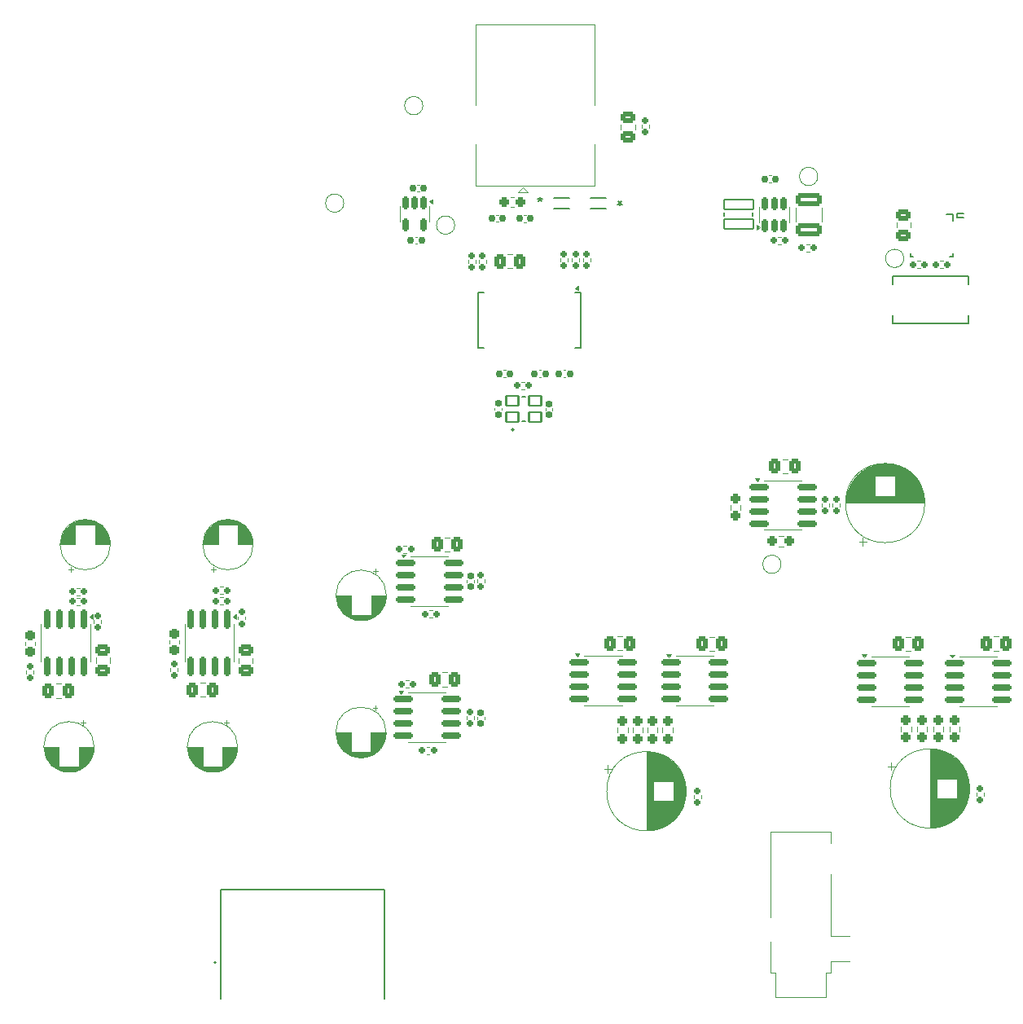
<source format=gto>
G04 #@! TF.GenerationSoftware,KiCad,Pcbnew,8.0.5*
G04 #@! TF.CreationDate,2024-11-12T11:03:32-05:00*
G04 #@! TF.ProjectId,DacAmp,44616341-6d70-42e6-9b69-6361645f7063,rev?*
G04 #@! TF.SameCoordinates,Original*
G04 #@! TF.FileFunction,Legend,Top*
G04 #@! TF.FilePolarity,Positive*
%FSLAX46Y46*%
G04 Gerber Fmt 4.6, Leading zero omitted, Abs format (unit mm)*
G04 Created by KiCad (PCBNEW 8.0.5) date 2024-11-12 11:03:32*
%MOMM*%
%LPD*%
G01*
G04 APERTURE LIST*
G04 Aperture macros list*
%AMRoundRect*
0 Rectangle with rounded corners*
0 $1 Rounding radius*
0 $2 $3 $4 $5 $6 $7 $8 $9 X,Y pos of 4 corners*
0 Add a 4 corners polygon primitive as box body*
4,1,4,$2,$3,$4,$5,$6,$7,$8,$9,$2,$3,0*
0 Add four circle primitives for the rounded corners*
1,1,$1+$1,$2,$3*
1,1,$1+$1,$4,$5*
1,1,$1+$1,$6,$7*
1,1,$1+$1,$8,$9*
0 Add four rect primitives between the rounded corners*
20,1,$1+$1,$2,$3,$4,$5,0*
20,1,$1+$1,$4,$5,$6,$7,0*
20,1,$1+$1,$6,$7,$8,$9,0*
20,1,$1+$1,$8,$9,$2,$3,0*%
G04 Aperture macros list end*
%ADD10C,0.150000*%
%ADD11C,0.200000*%
%ADD12C,0.120000*%
%ADD13C,0.152400*%
%ADD14C,0.127000*%
%ADD15C,0.499999*%
%ADD16R,2.999999X2.200001*%
%ADD17R,0.299999X0.499999*%
%ADD18C,4.500000*%
%ADD19RoundRect,0.155000X0.212500X0.155000X-0.212500X0.155000X-0.212500X-0.155000X0.212500X-0.155000X0*%
%ADD20RoundRect,0.250000X0.337500X0.475000X-0.337500X0.475000X-0.337500X-0.475000X0.337500X-0.475000X0*%
%ADD21RoundRect,0.150000X-0.825000X-0.150000X0.825000X-0.150000X0.825000X0.150000X-0.825000X0.150000X0*%
%ADD22C,1.500000*%
%ADD23RoundRect,0.150000X-0.150000X0.512500X-0.150000X-0.512500X0.150000X-0.512500X0.150000X0.512500X0*%
%ADD24RoundRect,0.160000X-0.160000X0.197500X-0.160000X-0.197500X0.160000X-0.197500X0.160000X0.197500X0*%
%ADD25RoundRect,0.237500X-0.237500X0.250000X-0.237500X-0.250000X0.237500X-0.250000X0.237500X0.250000X0*%
%ADD26RoundRect,0.160000X0.160000X-0.197500X0.160000X0.197500X-0.160000X0.197500X-0.160000X-0.197500X0*%
%ADD27RoundRect,0.160000X0.197500X0.160000X-0.197500X0.160000X-0.197500X-0.160000X0.197500X-0.160000X0*%
%ADD28RoundRect,0.155000X0.155000X-0.212500X0.155000X0.212500X-0.155000X0.212500X-0.155000X-0.212500X0*%
%ADD29R,1.600000X1.600000*%
%ADD30C,1.600000*%
%ADD31RoundRect,0.250000X0.475000X-0.337500X0.475000X0.337500X-0.475000X0.337500X-0.475000X-0.337500X0*%
%ADD32R,0.450000X1.750000*%
%ADD33RoundRect,0.155000X-0.212500X-0.155000X0.212500X-0.155000X0.212500X0.155000X-0.212500X0.155000X0*%
%ADD34RoundRect,0.237500X0.250000X0.237500X-0.250000X0.237500X-0.250000X-0.237500X0.250000X-0.237500X0*%
%ADD35RoundRect,0.160000X-0.197500X-0.160000X0.197500X-0.160000X0.197500X0.160000X-0.197500X0.160000X0*%
%ADD36RoundRect,0.155000X-0.155000X0.212500X-0.155000X-0.212500X0.155000X-0.212500X0.155000X0.212500X0*%
%ADD37RoundRect,0.237500X0.237500X-0.300000X0.237500X0.300000X-0.237500X0.300000X-0.237500X-0.300000X0*%
%ADD38RoundRect,0.250000X-0.475000X0.337500X-0.475000X-0.337500X0.475000X-0.337500X0.475000X0.337500X0*%
%ADD39R,2.800000X2.800000*%
%ADD40R,2.800000X2.200000*%
%ADD41C,1.700000*%
%ADD42R,0.711200X0.406400*%
%ADD43C,2.004000*%
%ADD44RoundRect,0.150000X-0.150000X0.825000X-0.150000X-0.825000X0.150000X-0.825000X0.150000X0.825000X0*%
%ADD45RoundRect,0.237500X0.287500X0.237500X-0.287500X0.237500X-0.287500X-0.237500X0.287500X-0.237500X0*%
%ADD46RoundRect,0.250000X-0.337500X-0.475000X0.337500X-0.475000X0.337500X0.475000X-0.337500X0.475000X0*%
%ADD47RoundRect,0.102000X-1.500000X0.500000X-1.500000X-0.500000X1.500000X-0.500000X1.500000X0.500000X0*%
%ADD48R,1.700000X1.700000*%
%ADD49C,3.500000*%
%ADD50RoundRect,0.102000X0.650000X-0.525000X0.650000X0.525000X-0.650000X0.525000X-0.650000X-0.525000X0*%
%ADD51R,2.641600X2.514600*%
%ADD52RoundRect,0.250000X-1.100000X0.412500X-1.100000X-0.412500X1.100000X-0.412500X1.100000X0.412500X0*%
%ADD53RoundRect,0.150000X0.150000X-0.512500X0.150000X0.512500X-0.150000X0.512500X-0.150000X-0.512500X0*%
%ADD54R,0.499999X0.599999*%
G04 APERTURE END LIST*
D10*
X132313046Y-45183888D02*
X131646379Y-45183888D01*
X132313046Y-44755317D02*
X131789237Y-44755317D01*
X131789237Y-44755317D02*
X131693999Y-44802936D01*
X131693999Y-44802936D02*
X131646379Y-44898174D01*
X131646379Y-44898174D02*
X131646379Y-45041031D01*
X131646379Y-45041031D02*
X131693999Y-45136269D01*
X131693999Y-45136269D02*
X131741618Y-45183888D01*
D11*
X88318000Y-43060319D02*
X88318000Y-43298414D01*
X88079905Y-43203176D02*
X88318000Y-43298414D01*
X88318000Y-43298414D02*
X88556095Y-43203176D01*
X88175143Y-43488890D02*
X88318000Y-43298414D01*
X88318000Y-43298414D02*
X88460857Y-43488890D01*
X96600799Y-43955880D02*
X96600799Y-43717785D01*
X96838894Y-43813023D02*
X96600799Y-43717785D01*
X96600799Y-43717785D02*
X96362704Y-43813023D01*
X96743656Y-43527309D02*
X96600799Y-43717785D01*
X96600799Y-43717785D02*
X96457942Y-43527309D01*
X130527799Y-44827000D02*
X131227800Y-44827000D01*
X131227800Y-44827000D02*
X131227800Y-45527003D01*
X126827803Y-49227001D02*
X127127800Y-49227001D01*
X130927798Y-49227001D02*
X131227800Y-49227001D01*
X126827803Y-48927002D02*
X126827803Y-49227001D01*
X131227800Y-48927002D02*
X131227800Y-49227001D01*
D12*
X90962235Y-61049200D02*
X90730565Y-61049200D01*
X90962235Y-61769200D02*
X90730565Y-61769200D01*
X78653252Y-92443000D02*
X78130748Y-92443000D01*
X78653252Y-93913000D02*
X78130748Y-93913000D01*
X76826800Y-80434800D02*
X74876800Y-80434800D01*
X76826800Y-80434800D02*
X78776800Y-80434800D01*
X76826800Y-85554800D02*
X74876800Y-85554800D01*
X76826800Y-85554800D02*
X78776800Y-85554800D01*
X74126800Y-80529800D02*
X73886800Y-80199800D01*
X74366800Y-80199800D01*
X74126800Y-80529800D01*
G36*
X74126800Y-80529800D02*
G01*
X73886800Y-80199800D01*
X74366800Y-80199800D01*
X74126800Y-80529800D01*
G37*
X83977235Y-44930400D02*
X83745565Y-44930400D01*
X83977235Y-45650400D02*
X83745565Y-45650400D01*
X117189800Y-40919200D02*
G75*
G02*
X115289800Y-40919200I-950000J0D01*
G01*
X115289800Y-40919200D02*
G75*
G02*
X117189800Y-40919200I950000J0D01*
G01*
X73717000Y-44829000D02*
X73717000Y-44029000D01*
X73717000Y-44829000D02*
X73717000Y-45629000D01*
X76837000Y-44829000D02*
X76837000Y-44029000D01*
X76837000Y-44829000D02*
X76837000Y-45629000D01*
X77117000Y-43769000D02*
X76787000Y-43529000D01*
X77117000Y-43289000D01*
X77117000Y-43769000D01*
G36*
X77117000Y-43769000D02*
G01*
X76787000Y-43529000D01*
X77117000Y-43289000D01*
X77117000Y-43769000D01*
G37*
X41935000Y-87013179D02*
X41935000Y-87348421D01*
X42695000Y-87013179D02*
X42695000Y-87348421D01*
X118717000Y-74914779D02*
X118717000Y-75250021D01*
X119477000Y-74914779D02*
X119477000Y-75250021D01*
X67922400Y-43688400D02*
G75*
G02*
X66022400Y-43688400I-950000J0D01*
G01*
X66022400Y-43688400D02*
G75*
G02*
X67922400Y-43688400I950000J0D01*
G01*
X129204500Y-98066076D02*
X129204500Y-98575524D01*
X130249500Y-98066076D02*
X130249500Y-98575524D01*
X34910800Y-92615621D02*
X34910800Y-92280379D01*
X35670800Y-92615621D02*
X35670800Y-92280379D01*
X113383821Y-47216400D02*
X113048579Y-47216400D01*
X113383821Y-47976400D02*
X113048579Y-47976400D01*
X81805800Y-97311835D02*
X81805800Y-97080165D01*
X82525800Y-97311835D02*
X82525800Y-97080165D01*
X81966600Y-49951021D02*
X81966600Y-49615779D01*
X82726600Y-49951021D02*
X82726600Y-49615779D01*
X53296800Y-79137225D02*
X54836800Y-79137225D01*
X53296800Y-79177225D02*
X54836800Y-79177225D01*
X53297800Y-79097225D02*
X54836800Y-79097225D01*
X53298800Y-79057225D02*
X54836800Y-79057225D01*
X53300800Y-79017225D02*
X54836800Y-79017225D01*
X53303800Y-78977225D02*
X54836800Y-78977225D01*
X53307800Y-78937225D02*
X54836800Y-78937225D01*
X53311800Y-78897225D02*
X54836800Y-78897225D01*
X53315800Y-78857225D02*
X54836800Y-78857225D01*
X53320800Y-78817225D02*
X54836800Y-78817225D01*
X53326800Y-78777225D02*
X54836800Y-78777225D01*
X53333800Y-78737225D02*
X54836800Y-78737225D01*
X53340800Y-78697225D02*
X54836800Y-78697225D01*
X53348800Y-78657225D02*
X54836800Y-78657225D01*
X53356800Y-78617225D02*
X54836800Y-78617225D01*
X53365800Y-78577225D02*
X54836800Y-78577225D01*
X53375800Y-78537225D02*
X54836800Y-78537225D01*
X53385800Y-78497225D02*
X54836800Y-78497225D01*
X53396800Y-78456225D02*
X54836800Y-78456225D01*
X53408800Y-78416225D02*
X54836800Y-78416225D01*
X53421800Y-78376225D02*
X54836800Y-78376225D01*
X53434800Y-78336225D02*
X54836800Y-78336225D01*
X53448800Y-78296225D02*
X54836800Y-78296225D01*
X53462800Y-78256225D02*
X54836800Y-78256225D01*
X53478800Y-78216225D02*
X54836800Y-78216225D01*
X53494800Y-78176225D02*
X54836800Y-78176225D01*
X53511800Y-78136225D02*
X54836800Y-78136225D01*
X53528800Y-78096225D02*
X54836800Y-78096225D01*
X53547800Y-78056225D02*
X54836800Y-78056225D01*
X53566800Y-78016225D02*
X54836800Y-78016225D01*
X53586800Y-77976225D02*
X54836800Y-77976225D01*
X53608800Y-77936225D02*
X54836800Y-77936225D01*
X53629800Y-77896225D02*
X54836800Y-77896225D01*
X53652800Y-77856225D02*
X54836800Y-77856225D01*
X53676800Y-77816225D02*
X54836800Y-77816225D01*
X53701800Y-77776225D02*
X54836800Y-77776225D01*
X53727800Y-77736225D02*
X54836800Y-77736225D01*
X53754800Y-77696225D02*
X54836800Y-77696225D01*
X53781800Y-77656225D02*
X54836800Y-77656225D01*
X53811800Y-77616225D02*
X54836800Y-77616225D01*
X53841800Y-77576225D02*
X54836800Y-77576225D01*
X53872800Y-77536225D02*
X54836800Y-77536225D01*
X53905800Y-77496225D02*
X54836800Y-77496225D01*
X53939800Y-77456225D02*
X54836800Y-77456225D01*
X53975800Y-77416225D02*
X54836800Y-77416225D01*
X54012800Y-77376225D02*
X54836800Y-77376225D01*
X54050800Y-77336225D02*
X54836800Y-77336225D01*
X54091800Y-77296225D02*
X54836800Y-77296225D01*
X54133800Y-77256225D02*
X54836800Y-77256225D01*
X54151800Y-81732000D02*
X54651800Y-81732000D01*
X54177800Y-77216225D02*
X54836800Y-77216225D01*
X54223800Y-77176225D02*
X54836800Y-77176225D01*
X54271800Y-77136225D02*
X57481800Y-77136225D01*
X54322800Y-77096225D02*
X57430800Y-77096225D01*
X54376800Y-77056225D02*
X57376800Y-77056225D01*
X54401800Y-81982000D02*
X54401800Y-81482000D01*
X54433800Y-77016225D02*
X57319800Y-77016225D01*
X54493800Y-76976225D02*
X57259800Y-76976225D01*
X54557800Y-76936225D02*
X57195800Y-76936225D01*
X54625800Y-76896225D02*
X57127800Y-76896225D01*
X54698800Y-76856225D02*
X57054800Y-76856225D01*
X54778800Y-76816225D02*
X56974800Y-76816225D01*
X54865800Y-76776225D02*
X56887800Y-76776225D01*
X54961800Y-76736225D02*
X56791800Y-76736225D01*
X55071800Y-76696225D02*
X56681800Y-76696225D01*
X55199800Y-76656225D02*
X56553800Y-76656225D01*
X55358800Y-76616225D02*
X56394800Y-76616225D01*
X55592800Y-76576225D02*
X56160800Y-76576225D01*
X56916800Y-77176225D02*
X57529800Y-77176225D01*
X56916800Y-77216225D02*
X57575800Y-77216225D01*
X56916800Y-77256225D02*
X57619800Y-77256225D01*
X56916800Y-77296225D02*
X57661800Y-77296225D01*
X56916800Y-77336225D02*
X57702800Y-77336225D01*
X56916800Y-77376225D02*
X57740800Y-77376225D01*
X56916800Y-77416225D02*
X57777800Y-77416225D01*
X56916800Y-77456225D02*
X57813800Y-77456225D01*
X56916800Y-77496225D02*
X57847800Y-77496225D01*
X56916800Y-77536225D02*
X57880800Y-77536225D01*
X56916800Y-77576225D02*
X57911800Y-77576225D01*
X56916800Y-77616225D02*
X57941800Y-77616225D01*
X56916800Y-77656225D02*
X57971800Y-77656225D01*
X56916800Y-77696225D02*
X57998800Y-77696225D01*
X56916800Y-77736225D02*
X58025800Y-77736225D01*
X56916800Y-77776225D02*
X58051800Y-77776225D01*
X56916800Y-77816225D02*
X58076800Y-77816225D01*
X56916800Y-77856225D02*
X58100800Y-77856225D01*
X56916800Y-77896225D02*
X58123800Y-77896225D01*
X56916800Y-77936225D02*
X58144800Y-77936225D01*
X56916800Y-77976225D02*
X58166800Y-77976225D01*
X56916800Y-78016225D02*
X58186800Y-78016225D01*
X56916800Y-78056225D02*
X58205800Y-78056225D01*
X56916800Y-78096225D02*
X58224800Y-78096225D01*
X56916800Y-78136225D02*
X58241800Y-78136225D01*
X56916800Y-78176225D02*
X58258800Y-78176225D01*
X56916800Y-78216225D02*
X58274800Y-78216225D01*
X56916800Y-78256225D02*
X58290800Y-78256225D01*
X56916800Y-78296225D02*
X58304800Y-78296225D01*
X56916800Y-78336225D02*
X58318800Y-78336225D01*
X56916800Y-78376225D02*
X58331800Y-78376225D01*
X56916800Y-78416225D02*
X58344800Y-78416225D01*
X56916800Y-78456225D02*
X58356800Y-78456225D01*
X56916800Y-78497225D02*
X58367800Y-78497225D01*
X56916800Y-78537225D02*
X58377800Y-78537225D01*
X56916800Y-78577225D02*
X58387800Y-78577225D01*
X56916800Y-78617225D02*
X58396800Y-78617225D01*
X56916800Y-78657225D02*
X58404800Y-78657225D01*
X56916800Y-78697225D02*
X58412800Y-78697225D01*
X56916800Y-78737225D02*
X58419800Y-78737225D01*
X56916800Y-78777225D02*
X58426800Y-78777225D01*
X56916800Y-78817225D02*
X58432800Y-78817225D01*
X56916800Y-78857225D02*
X58437800Y-78857225D01*
X56916800Y-78897225D02*
X58441800Y-78897225D01*
X56916800Y-78937225D02*
X58445800Y-78937225D01*
X56916800Y-78977225D02*
X58449800Y-78977225D01*
X56916800Y-79017225D02*
X58452800Y-79017225D01*
X56916800Y-79057225D02*
X58454800Y-79057225D01*
X56916800Y-79097225D02*
X58455800Y-79097225D01*
X56916800Y-79137225D02*
X58456800Y-79137225D01*
X56916800Y-79177225D02*
X58456800Y-79177225D01*
X58496800Y-79177225D02*
G75*
G02*
X53256800Y-79177225I-2620000J0D01*
G01*
X53256800Y-79177225D02*
G75*
G02*
X58496800Y-79177225I2620000J0D01*
G01*
X98868800Y-35862621D02*
X98868800Y-35527379D01*
X99628800Y-35862621D02*
X99628800Y-35527379D01*
X42138000Y-91465052D02*
X42138000Y-90942548D01*
X43608000Y-91465052D02*
X43608000Y-90942548D01*
X126850052Y-88756800D02*
X126327548Y-88756800D01*
X126850052Y-90226800D02*
X126327548Y-90226800D01*
D10*
X81889200Y-53014400D02*
X81889200Y-58764400D01*
X82464200Y-53014400D02*
X81889200Y-53014400D01*
X82464200Y-58764400D02*
X81889200Y-58764400D01*
X92539200Y-53014400D02*
X91964200Y-53014400D01*
X92539200Y-53014400D02*
X92539200Y-58764400D01*
X92539200Y-58764400D02*
X91964200Y-58764400D01*
D12*
X92294200Y-52754400D02*
X91964200Y-52514400D01*
X92294200Y-52274400D01*
X92294200Y-52754400D01*
G36*
X92294200Y-52754400D02*
G01*
X91964200Y-52514400D01*
X92294200Y-52274400D01*
X92294200Y-52754400D01*
G37*
X94966800Y-102492800D02*
X95766800Y-102492800D01*
X95366800Y-102092800D02*
X95366800Y-102892800D01*
X99376498Y-100727800D02*
X99376498Y-108887800D01*
X99416498Y-100727800D02*
X99416498Y-108887800D01*
X99456498Y-100727800D02*
X99456498Y-108887800D01*
X99496498Y-100728800D02*
X99496498Y-108886800D01*
X99536498Y-100730800D02*
X99536498Y-108884800D01*
X99576498Y-100731800D02*
X99576498Y-108883800D01*
X99616498Y-100733800D02*
X99616498Y-108881800D01*
X99656498Y-100736800D02*
X99656498Y-108878800D01*
X99696498Y-100739800D02*
X99696498Y-108875800D01*
X99736498Y-100742800D02*
X99736498Y-108872800D01*
X99776498Y-100746800D02*
X99776498Y-108868800D01*
X99816498Y-100750800D02*
X99816498Y-108864800D01*
X99856498Y-100755800D02*
X99856498Y-108859800D01*
X99896498Y-100759800D02*
X99896498Y-108855800D01*
X99936498Y-100765800D02*
X99936498Y-108849800D01*
X99976498Y-100770800D02*
X99976498Y-108844800D01*
X100016498Y-100777800D02*
X100016498Y-108837800D01*
X100056498Y-100783800D02*
X100056498Y-108831800D01*
X100097498Y-100790800D02*
X100097498Y-103767800D01*
X100097498Y-105847800D02*
X100097498Y-108824800D01*
X100137498Y-100797800D02*
X100137498Y-103767800D01*
X100137498Y-105847800D02*
X100137498Y-108817800D01*
X100177498Y-100805800D02*
X100177498Y-103767800D01*
X100177498Y-105847800D02*
X100177498Y-108809800D01*
X100217498Y-100813800D02*
X100217498Y-103767800D01*
X100217498Y-105847800D02*
X100217498Y-108801800D01*
X100257498Y-100822800D02*
X100257498Y-103767800D01*
X100257498Y-105847800D02*
X100257498Y-108792800D01*
X100297498Y-100831800D02*
X100297498Y-103767800D01*
X100297498Y-105847800D02*
X100297498Y-108783800D01*
X100337498Y-100840800D02*
X100337498Y-103767800D01*
X100337498Y-105847800D02*
X100337498Y-108774800D01*
X100377498Y-100850800D02*
X100377498Y-103767800D01*
X100377498Y-105847800D02*
X100377498Y-108764800D01*
X100417498Y-100860800D02*
X100417498Y-103767800D01*
X100417498Y-105847800D02*
X100417498Y-108754800D01*
X100457498Y-100871800D02*
X100457498Y-103767800D01*
X100457498Y-105847800D02*
X100457498Y-108743800D01*
X100497498Y-100882800D02*
X100497498Y-103767800D01*
X100497498Y-105847800D02*
X100497498Y-108732800D01*
X100537498Y-100893800D02*
X100537498Y-103767800D01*
X100537498Y-105847800D02*
X100537498Y-108721800D01*
X100577498Y-100905800D02*
X100577498Y-103767800D01*
X100577498Y-105847800D02*
X100577498Y-108709800D01*
X100617498Y-100918800D02*
X100617498Y-103767800D01*
X100617498Y-105847800D02*
X100617498Y-108696800D01*
X100657498Y-100930800D02*
X100657498Y-103767800D01*
X100657498Y-105847800D02*
X100657498Y-108684800D01*
X100697498Y-100944800D02*
X100697498Y-103767800D01*
X100697498Y-105847800D02*
X100697498Y-108670800D01*
X100737498Y-100957800D02*
X100737498Y-103767800D01*
X100737498Y-105847800D02*
X100737498Y-108657800D01*
X100777498Y-100972800D02*
X100777498Y-103767800D01*
X100777498Y-105847800D02*
X100777498Y-108642800D01*
X100817498Y-100986800D02*
X100817498Y-103767800D01*
X100817498Y-105847800D02*
X100817498Y-108628800D01*
X100857498Y-101002800D02*
X100857498Y-103767800D01*
X100857498Y-105847800D02*
X100857498Y-108612800D01*
X100897498Y-101017800D02*
X100897498Y-103767800D01*
X100897498Y-105847800D02*
X100897498Y-108597800D01*
X100937498Y-101033800D02*
X100937498Y-103767800D01*
X100937498Y-105847800D02*
X100937498Y-108581800D01*
X100977498Y-101050800D02*
X100977498Y-103767800D01*
X100977498Y-105847800D02*
X100977498Y-108564800D01*
X101017498Y-101067800D02*
X101017498Y-103767800D01*
X101017498Y-105847800D02*
X101017498Y-108547800D01*
X101057498Y-101085800D02*
X101057498Y-103767800D01*
X101057498Y-105847800D02*
X101057498Y-108529800D01*
X101097498Y-101103800D02*
X101097498Y-103767800D01*
X101097498Y-105847800D02*
X101097498Y-108511800D01*
X101137498Y-101121800D02*
X101137498Y-103767800D01*
X101137498Y-105847800D02*
X101137498Y-108493800D01*
X101177498Y-101141800D02*
X101177498Y-103767800D01*
X101177498Y-105847800D02*
X101177498Y-108473800D01*
X101217498Y-101160800D02*
X101217498Y-103767800D01*
X101217498Y-105847800D02*
X101217498Y-108454800D01*
X101257498Y-101180800D02*
X101257498Y-103767800D01*
X101257498Y-105847800D02*
X101257498Y-108434800D01*
X101297498Y-101201800D02*
X101297498Y-103767800D01*
X101297498Y-105847800D02*
X101297498Y-108413800D01*
X101337498Y-101223800D02*
X101337498Y-103767800D01*
X101337498Y-105847800D02*
X101337498Y-108391800D01*
X101377498Y-101245800D02*
X101377498Y-103767800D01*
X101377498Y-105847800D02*
X101377498Y-108369800D01*
X101417498Y-101267800D02*
X101417498Y-103767800D01*
X101417498Y-105847800D02*
X101417498Y-108347800D01*
X101457498Y-101290800D02*
X101457498Y-103767800D01*
X101457498Y-105847800D02*
X101457498Y-108324800D01*
X101497498Y-101314800D02*
X101497498Y-103767800D01*
X101497498Y-105847800D02*
X101497498Y-108300800D01*
X101537498Y-101338800D02*
X101537498Y-103767800D01*
X101537498Y-105847800D02*
X101537498Y-108276800D01*
X101577498Y-101363800D02*
X101577498Y-103767800D01*
X101577498Y-105847800D02*
X101577498Y-108251800D01*
X101617498Y-101389800D02*
X101617498Y-103767800D01*
X101617498Y-105847800D02*
X101617498Y-108225800D01*
X101657498Y-101415800D02*
X101657498Y-103767800D01*
X101657498Y-105847800D02*
X101657498Y-108199800D01*
X101697498Y-101442800D02*
X101697498Y-103767800D01*
X101697498Y-105847800D02*
X101697498Y-108172800D01*
X101737498Y-101469800D02*
X101737498Y-103767800D01*
X101737498Y-105847800D02*
X101737498Y-108145800D01*
X101777498Y-101498800D02*
X101777498Y-103767800D01*
X101777498Y-105847800D02*
X101777498Y-108116800D01*
X101817498Y-101527800D02*
X101817498Y-103767800D01*
X101817498Y-105847800D02*
X101817498Y-108087800D01*
X101857498Y-101557800D02*
X101857498Y-103767800D01*
X101857498Y-105847800D02*
X101857498Y-108057800D01*
X101897498Y-101587800D02*
X101897498Y-103767800D01*
X101897498Y-105847800D02*
X101897498Y-108027800D01*
X101937498Y-101618800D02*
X101937498Y-103767800D01*
X101937498Y-105847800D02*
X101937498Y-107996800D01*
X101977498Y-101651800D02*
X101977498Y-103767800D01*
X101977498Y-105847800D02*
X101977498Y-107963800D01*
X102017498Y-101683800D02*
X102017498Y-103767800D01*
X102017498Y-105847800D02*
X102017498Y-107931800D01*
X102057498Y-101717800D02*
X102057498Y-103767800D01*
X102057498Y-105847800D02*
X102057498Y-107897800D01*
X102097498Y-101752800D02*
X102097498Y-103767800D01*
X102097498Y-105847800D02*
X102097498Y-107862800D01*
X102137498Y-101788800D02*
X102137498Y-103767800D01*
X102137498Y-105847800D02*
X102137498Y-107826800D01*
X102177498Y-101824800D02*
X102177498Y-107790800D01*
X102217498Y-101862800D02*
X102217498Y-107752800D01*
X102257498Y-101900800D02*
X102257498Y-107714800D01*
X102297498Y-101940800D02*
X102297498Y-107674800D01*
X102337498Y-101981800D02*
X102337498Y-107633800D01*
X102377498Y-102023800D02*
X102377498Y-107591800D01*
X102417498Y-102066800D02*
X102417498Y-107548800D01*
X102457498Y-102110800D02*
X102457498Y-107504800D01*
X102497498Y-102156800D02*
X102497498Y-107458800D01*
X102537498Y-102203800D02*
X102537498Y-107411800D01*
X102577498Y-102251800D02*
X102577498Y-107363800D01*
X102617498Y-102302800D02*
X102617498Y-107312800D01*
X102657498Y-102353800D02*
X102657498Y-107261800D01*
X102697498Y-102407800D02*
X102697498Y-107207800D01*
X102737498Y-102462800D02*
X102737498Y-107152800D01*
X102777498Y-102520800D02*
X102777498Y-107094800D01*
X102817498Y-102579800D02*
X102817498Y-107035800D01*
X102857498Y-102641800D02*
X102857498Y-106973800D01*
X102897498Y-102705800D02*
X102897498Y-106909800D01*
X102937498Y-102773800D02*
X102937498Y-106841800D01*
X102977498Y-102843800D02*
X102977498Y-106771800D01*
X103017498Y-102917800D02*
X103017498Y-106697800D01*
X103057498Y-102994800D02*
X103057498Y-106620800D01*
X103097498Y-103076800D02*
X103097498Y-106538800D01*
X103137498Y-103162800D02*
X103137498Y-106452800D01*
X103177498Y-103255800D02*
X103177498Y-106359800D01*
X103217498Y-103354800D02*
X103217498Y-106260800D01*
X103257498Y-103461800D02*
X103257498Y-106153800D01*
X103297498Y-103578800D02*
X103297498Y-106036800D01*
X103337498Y-103709800D02*
X103337498Y-105905800D01*
X103377498Y-103859800D02*
X103377498Y-105755800D01*
X103417498Y-104039800D02*
X103417498Y-105575800D01*
X103457498Y-104274800D02*
X103457498Y-105340800D01*
X103496498Y-104807800D02*
G75*
G02*
X95256498Y-104807800I-4120000J0D01*
G01*
X95256498Y-104807800D02*
G75*
G02*
X103496498Y-104807800I4120000J0D01*
G01*
X133673800Y-105311621D02*
X133673800Y-104976379D01*
X134433800Y-105311621D02*
X134433800Y-104976379D01*
X86628565Y-44942400D02*
X86860235Y-44942400D01*
X86628565Y-45662400D02*
X86860235Y-45662400D01*
X114028252Y-70299000D02*
X113505748Y-70299000D01*
X114028252Y-71769000D02*
X113505748Y-71769000D01*
X113601724Y-78315500D02*
X113092276Y-78315500D01*
X113601724Y-79360500D02*
X113092276Y-79360500D01*
X96385500Y-98193076D02*
X96385500Y-98702524D01*
X97430500Y-98193076D02*
X97430500Y-98702524D01*
X108130500Y-75044076D02*
X108130500Y-75553524D01*
X109175500Y-75044076D02*
X109175500Y-75553524D01*
X85446652Y-48999200D02*
X84924148Y-48999200D01*
X85446652Y-50469200D02*
X84924148Y-50469200D01*
X112109165Y-40817200D02*
X112340835Y-40817200D01*
X112109165Y-41537200D02*
X112340835Y-41537200D01*
X74134179Y-79275800D02*
X74469421Y-79275800D01*
X74134179Y-80035800D02*
X74469421Y-80035800D01*
X88884600Y-65009565D02*
X88884600Y-65241235D01*
X89604600Y-65009565D02*
X89604600Y-65241235D01*
X56975800Y-91480252D02*
X56975800Y-90957748D01*
X58445800Y-91480252D02*
X58445800Y-90957748D01*
X49764000Y-89436267D02*
X49764000Y-89143733D01*
X50784000Y-89436267D02*
X50784000Y-89143733D01*
X125362200Y-45719748D02*
X125362200Y-46242252D01*
X126832200Y-45719748D02*
X126832200Y-46242252D01*
X55069379Y-84652800D02*
X55404621Y-84652800D01*
X55069379Y-85412800D02*
X55404621Y-85412800D01*
X118519000Y-123694000D02*
X118019000Y-123694000D01*
X118519000Y-122494000D02*
X120519000Y-122494000D01*
X118519000Y-122494000D02*
X118519000Y-123694000D01*
X118519000Y-119894000D02*
X120519000Y-119894000D01*
X118519000Y-113394000D02*
X118519000Y-119894000D01*
X118519000Y-108994000D02*
X118519000Y-110194000D01*
X118019000Y-126194000D02*
X112819000Y-126194000D01*
X118019000Y-123694000D02*
X118019000Y-126194000D01*
X112819000Y-126194000D02*
X112819000Y-123694000D01*
X112819000Y-123694000D02*
X112319000Y-123694000D01*
X112319000Y-123694000D02*
X112319000Y-120494000D01*
X112319000Y-117894000D02*
X112319000Y-108994000D01*
X112319000Y-108994000D02*
X118519000Y-108994000D01*
X135978252Y-88729000D02*
X135455748Y-88729000D01*
X135978252Y-90199000D02*
X135455748Y-90199000D01*
X80724800Y-83087835D02*
X80724800Y-82856165D01*
X81444800Y-83087835D02*
X81444800Y-82856165D01*
D13*
X89780000Y-44254200D02*
X91329400Y-44254200D01*
X91329400Y-43162000D02*
X89780000Y-43162000D01*
D12*
X38311000Y-100197575D02*
X36771000Y-100197575D01*
X38311000Y-100237575D02*
X36771000Y-100237575D01*
X38311000Y-100277575D02*
X36772000Y-100277575D01*
X38311000Y-100317575D02*
X36773000Y-100317575D01*
X38311000Y-100357575D02*
X36775000Y-100357575D01*
X38311000Y-100397575D02*
X36778000Y-100397575D01*
X38311000Y-100437575D02*
X36782000Y-100437575D01*
X38311000Y-100477575D02*
X36786000Y-100477575D01*
X38311000Y-100517575D02*
X36790000Y-100517575D01*
X38311000Y-100557575D02*
X36795000Y-100557575D01*
X38311000Y-100597575D02*
X36801000Y-100597575D01*
X38311000Y-100637575D02*
X36808000Y-100637575D01*
X38311000Y-100677575D02*
X36815000Y-100677575D01*
X38311000Y-100717575D02*
X36823000Y-100717575D01*
X38311000Y-100757575D02*
X36831000Y-100757575D01*
X38311000Y-100797575D02*
X36840000Y-100797575D01*
X38311000Y-100837575D02*
X36850000Y-100837575D01*
X38311000Y-100877575D02*
X36860000Y-100877575D01*
X38311000Y-100918575D02*
X36871000Y-100918575D01*
X38311000Y-100958575D02*
X36883000Y-100958575D01*
X38311000Y-100998575D02*
X36896000Y-100998575D01*
X38311000Y-101038575D02*
X36909000Y-101038575D01*
X38311000Y-101078575D02*
X36923000Y-101078575D01*
X38311000Y-101118575D02*
X36937000Y-101118575D01*
X38311000Y-101158575D02*
X36953000Y-101158575D01*
X38311000Y-101198575D02*
X36969000Y-101198575D01*
X38311000Y-101238575D02*
X36986000Y-101238575D01*
X38311000Y-101278575D02*
X37003000Y-101278575D01*
X38311000Y-101318575D02*
X37022000Y-101318575D01*
X38311000Y-101358575D02*
X37041000Y-101358575D01*
X38311000Y-101398575D02*
X37061000Y-101398575D01*
X38311000Y-101438575D02*
X37083000Y-101438575D01*
X38311000Y-101478575D02*
X37104000Y-101478575D01*
X38311000Y-101518575D02*
X37127000Y-101518575D01*
X38311000Y-101558575D02*
X37151000Y-101558575D01*
X38311000Y-101598575D02*
X37176000Y-101598575D01*
X38311000Y-101638575D02*
X37202000Y-101638575D01*
X38311000Y-101678575D02*
X37229000Y-101678575D01*
X38311000Y-101718575D02*
X37256000Y-101718575D01*
X38311000Y-101758575D02*
X37286000Y-101758575D01*
X38311000Y-101798575D02*
X37316000Y-101798575D01*
X38311000Y-101838575D02*
X37347000Y-101838575D01*
X38311000Y-101878575D02*
X37380000Y-101878575D01*
X38311000Y-101918575D02*
X37414000Y-101918575D01*
X38311000Y-101958575D02*
X37450000Y-101958575D01*
X38311000Y-101998575D02*
X37487000Y-101998575D01*
X38311000Y-102038575D02*
X37525000Y-102038575D01*
X38311000Y-102078575D02*
X37566000Y-102078575D01*
X38311000Y-102118575D02*
X37608000Y-102118575D01*
X38311000Y-102158575D02*
X37652000Y-102158575D01*
X38311000Y-102198575D02*
X37698000Y-102198575D01*
X39635000Y-102798575D02*
X39067000Y-102798575D01*
X39869000Y-102758575D02*
X38833000Y-102758575D01*
X40028000Y-102718575D02*
X38674000Y-102718575D01*
X40156000Y-102678575D02*
X38546000Y-102678575D01*
X40266000Y-102638575D02*
X38436000Y-102638575D01*
X40362000Y-102598575D02*
X38340000Y-102598575D01*
X40449000Y-102558575D02*
X38253000Y-102558575D01*
X40529000Y-102518575D02*
X38173000Y-102518575D01*
X40602000Y-102478575D02*
X38100000Y-102478575D01*
X40670000Y-102438575D02*
X38032000Y-102438575D01*
X40734000Y-102398575D02*
X37968000Y-102398575D01*
X40794000Y-102358575D02*
X37908000Y-102358575D01*
X40826000Y-97392800D02*
X40826000Y-97892800D01*
X40851000Y-102318575D02*
X37851000Y-102318575D01*
X40905000Y-102278575D02*
X37797000Y-102278575D01*
X40956000Y-102238575D02*
X37746000Y-102238575D01*
X41004000Y-102198575D02*
X40391000Y-102198575D01*
X41050000Y-102158575D02*
X40391000Y-102158575D01*
X41076000Y-97642800D02*
X40576000Y-97642800D01*
X41094000Y-102118575D02*
X40391000Y-102118575D01*
X41136000Y-102078575D02*
X40391000Y-102078575D01*
X41177000Y-102038575D02*
X40391000Y-102038575D01*
X41215000Y-101998575D02*
X40391000Y-101998575D01*
X41252000Y-101958575D02*
X40391000Y-101958575D01*
X41288000Y-101918575D02*
X40391000Y-101918575D01*
X41322000Y-101878575D02*
X40391000Y-101878575D01*
X41355000Y-101838575D02*
X40391000Y-101838575D01*
X41386000Y-101798575D02*
X40391000Y-101798575D01*
X41416000Y-101758575D02*
X40391000Y-101758575D01*
X41446000Y-101718575D02*
X40391000Y-101718575D01*
X41473000Y-101678575D02*
X40391000Y-101678575D01*
X41500000Y-101638575D02*
X40391000Y-101638575D01*
X41526000Y-101598575D02*
X40391000Y-101598575D01*
X41551000Y-101558575D02*
X40391000Y-101558575D01*
X41575000Y-101518575D02*
X40391000Y-101518575D01*
X41598000Y-101478575D02*
X40391000Y-101478575D01*
X41619000Y-101438575D02*
X40391000Y-101438575D01*
X41641000Y-101398575D02*
X40391000Y-101398575D01*
X41661000Y-101358575D02*
X40391000Y-101358575D01*
X41680000Y-101318575D02*
X40391000Y-101318575D01*
X41699000Y-101278575D02*
X40391000Y-101278575D01*
X41716000Y-101238575D02*
X40391000Y-101238575D01*
X41733000Y-101198575D02*
X40391000Y-101198575D01*
X41749000Y-101158575D02*
X40391000Y-101158575D01*
X41765000Y-101118575D02*
X40391000Y-101118575D01*
X41779000Y-101078575D02*
X40391000Y-101078575D01*
X41793000Y-101038575D02*
X40391000Y-101038575D01*
X41806000Y-100998575D02*
X40391000Y-100998575D01*
X41819000Y-100958575D02*
X40391000Y-100958575D01*
X41831000Y-100918575D02*
X40391000Y-100918575D01*
X41842000Y-100877575D02*
X40391000Y-100877575D01*
X41852000Y-100837575D02*
X40391000Y-100837575D01*
X41862000Y-100797575D02*
X40391000Y-100797575D01*
X41871000Y-100757575D02*
X40391000Y-100757575D01*
X41879000Y-100717575D02*
X40391000Y-100717575D01*
X41887000Y-100677575D02*
X40391000Y-100677575D01*
X41894000Y-100637575D02*
X40391000Y-100637575D01*
X41901000Y-100597575D02*
X40391000Y-100597575D01*
X41907000Y-100557575D02*
X40391000Y-100557575D01*
X41912000Y-100517575D02*
X40391000Y-100517575D01*
X41916000Y-100477575D02*
X40391000Y-100477575D01*
X41920000Y-100437575D02*
X40391000Y-100437575D01*
X41924000Y-100397575D02*
X40391000Y-100397575D01*
X41927000Y-100357575D02*
X40391000Y-100357575D01*
X41929000Y-100317575D02*
X40391000Y-100317575D01*
X41930000Y-100277575D02*
X40391000Y-100277575D01*
X41931000Y-100197575D02*
X40391000Y-100197575D01*
X41931000Y-100237575D02*
X40391000Y-100237575D01*
X41971000Y-100197575D02*
G75*
G02*
X36731000Y-100197575I-2620000J0D01*
G01*
X36731000Y-100197575D02*
G75*
G02*
X41971000Y-100197575I2620000J0D01*
G01*
X127523500Y-98066076D02*
X127523500Y-98575524D01*
X128568500Y-98066076D02*
X128568500Y-98575524D01*
X76142400Y-33558400D02*
G75*
G02*
X74242400Y-33558400I-950000J0D01*
G01*
X74242400Y-33558400D02*
G75*
G02*
X76142400Y-33558400I950000J0D01*
G01*
X81773800Y-83142621D02*
X81773800Y-82807379D01*
X82533800Y-83142621D02*
X82533800Y-82807379D01*
X40470621Y-83675000D02*
X40135379Y-83675000D01*
X40470621Y-84435000D02*
X40135379Y-84435000D01*
D14*
X55154800Y-115006800D02*
X55154800Y-126406800D01*
X72154800Y-115006800D02*
X55154800Y-115006800D01*
X72154800Y-126406800D02*
X72154800Y-115006800D01*
D11*
X54654800Y-122606800D02*
G75*
G02*
X54454800Y-122606800I-100000J0D01*
G01*
X54454800Y-122606800D02*
G75*
G02*
X54654800Y-122606800I100000J0D01*
G01*
D12*
X77173621Y-86003000D02*
X76838379Y-86003000D01*
X77173621Y-86763000D02*
X76838379Y-86763000D01*
X76844621Y-100186000D02*
X76509379Y-100186000D01*
X76844621Y-100946000D02*
X76509379Y-100946000D01*
X91652200Y-49413779D02*
X91652200Y-49749021D01*
X92412200Y-49413779D02*
X92412200Y-49749021D01*
X53224000Y-100197575D02*
X51684000Y-100197575D01*
X53224000Y-100237575D02*
X51684000Y-100237575D01*
X53224000Y-100277575D02*
X51685000Y-100277575D01*
X53224000Y-100317575D02*
X51686000Y-100317575D01*
X53224000Y-100357575D02*
X51688000Y-100357575D01*
X53224000Y-100397575D02*
X51691000Y-100397575D01*
X53224000Y-100437575D02*
X51695000Y-100437575D01*
X53224000Y-100477575D02*
X51699000Y-100477575D01*
X53224000Y-100517575D02*
X51703000Y-100517575D01*
X53224000Y-100557575D02*
X51708000Y-100557575D01*
X53224000Y-100597575D02*
X51714000Y-100597575D01*
X53224000Y-100637575D02*
X51721000Y-100637575D01*
X53224000Y-100677575D02*
X51728000Y-100677575D01*
X53224000Y-100717575D02*
X51736000Y-100717575D01*
X53224000Y-100757575D02*
X51744000Y-100757575D01*
X53224000Y-100797575D02*
X51753000Y-100797575D01*
X53224000Y-100837575D02*
X51763000Y-100837575D01*
X53224000Y-100877575D02*
X51773000Y-100877575D01*
X53224000Y-100918575D02*
X51784000Y-100918575D01*
X53224000Y-100958575D02*
X51796000Y-100958575D01*
X53224000Y-100998575D02*
X51809000Y-100998575D01*
X53224000Y-101038575D02*
X51822000Y-101038575D01*
X53224000Y-101078575D02*
X51836000Y-101078575D01*
X53224000Y-101118575D02*
X51850000Y-101118575D01*
X53224000Y-101158575D02*
X51866000Y-101158575D01*
X53224000Y-101198575D02*
X51882000Y-101198575D01*
X53224000Y-101238575D02*
X51899000Y-101238575D01*
X53224000Y-101278575D02*
X51916000Y-101278575D01*
X53224000Y-101318575D02*
X51935000Y-101318575D01*
X53224000Y-101358575D02*
X51954000Y-101358575D01*
X53224000Y-101398575D02*
X51974000Y-101398575D01*
X53224000Y-101438575D02*
X51996000Y-101438575D01*
X53224000Y-101478575D02*
X52017000Y-101478575D01*
X53224000Y-101518575D02*
X52040000Y-101518575D01*
X53224000Y-101558575D02*
X52064000Y-101558575D01*
X53224000Y-101598575D02*
X52089000Y-101598575D01*
X53224000Y-101638575D02*
X52115000Y-101638575D01*
X53224000Y-101678575D02*
X52142000Y-101678575D01*
X53224000Y-101718575D02*
X52169000Y-101718575D01*
X53224000Y-101758575D02*
X52199000Y-101758575D01*
X53224000Y-101798575D02*
X52229000Y-101798575D01*
X53224000Y-101838575D02*
X52260000Y-101838575D01*
X53224000Y-101878575D02*
X52293000Y-101878575D01*
X53224000Y-101918575D02*
X52327000Y-101918575D01*
X53224000Y-101958575D02*
X52363000Y-101958575D01*
X53224000Y-101998575D02*
X52400000Y-101998575D01*
X53224000Y-102038575D02*
X52438000Y-102038575D01*
X53224000Y-102078575D02*
X52479000Y-102078575D01*
X53224000Y-102118575D02*
X52521000Y-102118575D01*
X53224000Y-102158575D02*
X52565000Y-102158575D01*
X53224000Y-102198575D02*
X52611000Y-102198575D01*
X54548000Y-102798575D02*
X53980000Y-102798575D01*
X54782000Y-102758575D02*
X53746000Y-102758575D01*
X54941000Y-102718575D02*
X53587000Y-102718575D01*
X55069000Y-102678575D02*
X53459000Y-102678575D01*
X55179000Y-102638575D02*
X53349000Y-102638575D01*
X55275000Y-102598575D02*
X53253000Y-102598575D01*
X55362000Y-102558575D02*
X53166000Y-102558575D01*
X55442000Y-102518575D02*
X53086000Y-102518575D01*
X55515000Y-102478575D02*
X53013000Y-102478575D01*
X55583000Y-102438575D02*
X52945000Y-102438575D01*
X55647000Y-102398575D02*
X52881000Y-102398575D01*
X55707000Y-102358575D02*
X52821000Y-102358575D01*
X55739000Y-97392800D02*
X55739000Y-97892800D01*
X55764000Y-102318575D02*
X52764000Y-102318575D01*
X55818000Y-102278575D02*
X52710000Y-102278575D01*
X55869000Y-102238575D02*
X52659000Y-102238575D01*
X55917000Y-102198575D02*
X55304000Y-102198575D01*
X55963000Y-102158575D02*
X55304000Y-102158575D01*
X55989000Y-97642800D02*
X55489000Y-97642800D01*
X56007000Y-102118575D02*
X55304000Y-102118575D01*
X56049000Y-102078575D02*
X55304000Y-102078575D01*
X56090000Y-102038575D02*
X55304000Y-102038575D01*
X56128000Y-101998575D02*
X55304000Y-101998575D01*
X56165000Y-101958575D02*
X55304000Y-101958575D01*
X56201000Y-101918575D02*
X55304000Y-101918575D01*
X56235000Y-101878575D02*
X55304000Y-101878575D01*
X56268000Y-101838575D02*
X55304000Y-101838575D01*
X56299000Y-101798575D02*
X55304000Y-101798575D01*
X56329000Y-101758575D02*
X55304000Y-101758575D01*
X56359000Y-101718575D02*
X55304000Y-101718575D01*
X56386000Y-101678575D02*
X55304000Y-101678575D01*
X56413000Y-101638575D02*
X55304000Y-101638575D01*
X56439000Y-101598575D02*
X55304000Y-101598575D01*
X56464000Y-101558575D02*
X55304000Y-101558575D01*
X56488000Y-101518575D02*
X55304000Y-101518575D01*
X56511000Y-101478575D02*
X55304000Y-101478575D01*
X56532000Y-101438575D02*
X55304000Y-101438575D01*
X56554000Y-101398575D02*
X55304000Y-101398575D01*
X56574000Y-101358575D02*
X55304000Y-101358575D01*
X56593000Y-101318575D02*
X55304000Y-101318575D01*
X56612000Y-101278575D02*
X55304000Y-101278575D01*
X56629000Y-101238575D02*
X55304000Y-101238575D01*
X56646000Y-101198575D02*
X55304000Y-101198575D01*
X56662000Y-101158575D02*
X55304000Y-101158575D01*
X56678000Y-101118575D02*
X55304000Y-101118575D01*
X56692000Y-101078575D02*
X55304000Y-101078575D01*
X56706000Y-101038575D02*
X55304000Y-101038575D01*
X56719000Y-100998575D02*
X55304000Y-100998575D01*
X56732000Y-100958575D02*
X55304000Y-100958575D01*
X56744000Y-100918575D02*
X55304000Y-100918575D01*
X56755000Y-100877575D02*
X55304000Y-100877575D01*
X56765000Y-100837575D02*
X55304000Y-100837575D01*
X56775000Y-100797575D02*
X55304000Y-100797575D01*
X56784000Y-100757575D02*
X55304000Y-100757575D01*
X56792000Y-100717575D02*
X55304000Y-100717575D01*
X56800000Y-100677575D02*
X55304000Y-100677575D01*
X56807000Y-100637575D02*
X55304000Y-100637575D01*
X56814000Y-100597575D02*
X55304000Y-100597575D01*
X56820000Y-100557575D02*
X55304000Y-100557575D01*
X56825000Y-100517575D02*
X55304000Y-100517575D01*
X56829000Y-100477575D02*
X55304000Y-100477575D01*
X56833000Y-100437575D02*
X55304000Y-100437575D01*
X56837000Y-100397575D02*
X55304000Y-100397575D01*
X56840000Y-100357575D02*
X55304000Y-100357575D01*
X56842000Y-100317575D02*
X55304000Y-100317575D01*
X56843000Y-100277575D02*
X55304000Y-100277575D01*
X56844000Y-100197575D02*
X55304000Y-100197575D01*
X56844000Y-100237575D02*
X55304000Y-100237575D01*
X56884000Y-100197575D02*
G75*
G02*
X51644000Y-100197575I-2620000J0D01*
G01*
X51644000Y-100197575D02*
G75*
G02*
X56884000Y-100197575I2620000J0D01*
G01*
X36440000Y-89399800D02*
X36440000Y-87449800D01*
X36440000Y-89399800D02*
X36440000Y-91349800D01*
X41560000Y-89399800D02*
X41560000Y-87449800D01*
X41560000Y-89399800D02*
X41560000Y-91349800D01*
X41795000Y-86939800D02*
X41465000Y-86699800D01*
X41795000Y-86459800D01*
X41795000Y-86939800D01*
G36*
X41795000Y-86939800D02*
G01*
X41465000Y-86699800D01*
X41795000Y-86459800D01*
X41795000Y-86939800D01*
G37*
X88422235Y-61049200D02*
X88190565Y-61049200D01*
X88422235Y-61769200D02*
X88190565Y-61769200D01*
X130885500Y-98066076D02*
X130885500Y-98575524D01*
X131930500Y-98066076D02*
X131930500Y-98575524D01*
X49894000Y-92376421D02*
X49894000Y-92041179D01*
X50654000Y-92376421D02*
X50654000Y-92041179D01*
X34777000Y-89596067D02*
X34777000Y-89303533D01*
X35797000Y-89596067D02*
X35797000Y-89303533D01*
X79452800Y-45974200D02*
G75*
G02*
X77552800Y-45974200I-950000J0D01*
G01*
X77552800Y-45974200D02*
G75*
G02*
X79452800Y-45974200I950000J0D01*
G01*
X90424200Y-49413779D02*
X90424200Y-49749021D01*
X91184200Y-49413779D02*
X91184200Y-49749021D01*
X126137000Y-49429600D02*
G75*
G02*
X124237000Y-49429600I-950000J0D01*
G01*
X124237000Y-49429600D02*
G75*
G02*
X126137000Y-49429600I950000J0D01*
G01*
X85621667Y-43083400D02*
X85279133Y-43083400D01*
X85621667Y-44103400D02*
X85279133Y-44103400D01*
X124725800Y-90824800D02*
X122775800Y-90824800D01*
X124725800Y-90824800D02*
X126675800Y-90824800D01*
X124725800Y-95944800D02*
X122775800Y-95944800D01*
X124725800Y-95944800D02*
X126675800Y-95944800D01*
X122025800Y-90919800D02*
X121785800Y-90589800D01*
X122265800Y-90589800D01*
X122025800Y-90919800D01*
G36*
X122025800Y-90919800D02*
G01*
X121785800Y-90589800D01*
X122265800Y-90589800D01*
X122025800Y-90919800D01*
G37*
X78907252Y-78422000D02*
X78384748Y-78422000D01*
X78907252Y-79892000D02*
X78384748Y-79892000D01*
X68683000Y-84449575D02*
X67143000Y-84449575D01*
X68683000Y-84489575D02*
X67143000Y-84489575D01*
X68683000Y-84529575D02*
X67144000Y-84529575D01*
X68683000Y-84569575D02*
X67145000Y-84569575D01*
X68683000Y-84609575D02*
X67147000Y-84609575D01*
X68683000Y-84649575D02*
X67150000Y-84649575D01*
X68683000Y-84689575D02*
X67154000Y-84689575D01*
X68683000Y-84729575D02*
X67158000Y-84729575D01*
X68683000Y-84769575D02*
X67162000Y-84769575D01*
X68683000Y-84809575D02*
X67167000Y-84809575D01*
X68683000Y-84849575D02*
X67173000Y-84849575D01*
X68683000Y-84889575D02*
X67180000Y-84889575D01*
X68683000Y-84929575D02*
X67187000Y-84929575D01*
X68683000Y-84969575D02*
X67195000Y-84969575D01*
X68683000Y-85009575D02*
X67203000Y-85009575D01*
X68683000Y-85049575D02*
X67212000Y-85049575D01*
X68683000Y-85089575D02*
X67222000Y-85089575D01*
X68683000Y-85129575D02*
X67232000Y-85129575D01*
X68683000Y-85170575D02*
X67243000Y-85170575D01*
X68683000Y-85210575D02*
X67255000Y-85210575D01*
X68683000Y-85250575D02*
X67268000Y-85250575D01*
X68683000Y-85290575D02*
X67281000Y-85290575D01*
X68683000Y-85330575D02*
X67295000Y-85330575D01*
X68683000Y-85370575D02*
X67309000Y-85370575D01*
X68683000Y-85410575D02*
X67325000Y-85410575D01*
X68683000Y-85450575D02*
X67341000Y-85450575D01*
X68683000Y-85490575D02*
X67358000Y-85490575D01*
X68683000Y-85530575D02*
X67375000Y-85530575D01*
X68683000Y-85570575D02*
X67394000Y-85570575D01*
X68683000Y-85610575D02*
X67413000Y-85610575D01*
X68683000Y-85650575D02*
X67433000Y-85650575D01*
X68683000Y-85690575D02*
X67455000Y-85690575D01*
X68683000Y-85730575D02*
X67476000Y-85730575D01*
X68683000Y-85770575D02*
X67499000Y-85770575D01*
X68683000Y-85810575D02*
X67523000Y-85810575D01*
X68683000Y-85850575D02*
X67548000Y-85850575D01*
X68683000Y-85890575D02*
X67574000Y-85890575D01*
X68683000Y-85930575D02*
X67601000Y-85930575D01*
X68683000Y-85970575D02*
X67628000Y-85970575D01*
X68683000Y-86010575D02*
X67658000Y-86010575D01*
X68683000Y-86050575D02*
X67688000Y-86050575D01*
X68683000Y-86090575D02*
X67719000Y-86090575D01*
X68683000Y-86130575D02*
X67752000Y-86130575D01*
X68683000Y-86170575D02*
X67786000Y-86170575D01*
X68683000Y-86210575D02*
X67822000Y-86210575D01*
X68683000Y-86250575D02*
X67859000Y-86250575D01*
X68683000Y-86290575D02*
X67897000Y-86290575D01*
X68683000Y-86330575D02*
X67938000Y-86330575D01*
X68683000Y-86370575D02*
X67980000Y-86370575D01*
X68683000Y-86410575D02*
X68024000Y-86410575D01*
X68683000Y-86450575D02*
X68070000Y-86450575D01*
X70007000Y-87050575D02*
X69439000Y-87050575D01*
X70241000Y-87010575D02*
X69205000Y-87010575D01*
X70400000Y-86970575D02*
X69046000Y-86970575D01*
X70528000Y-86930575D02*
X68918000Y-86930575D01*
X70638000Y-86890575D02*
X68808000Y-86890575D01*
X70734000Y-86850575D02*
X68712000Y-86850575D01*
X70821000Y-86810575D02*
X68625000Y-86810575D01*
X70901000Y-86770575D02*
X68545000Y-86770575D01*
X70974000Y-86730575D02*
X68472000Y-86730575D01*
X71042000Y-86690575D02*
X68404000Y-86690575D01*
X71106000Y-86650575D02*
X68340000Y-86650575D01*
X71166000Y-86610575D02*
X68280000Y-86610575D01*
X71198000Y-81644800D02*
X71198000Y-82144800D01*
X71223000Y-86570575D02*
X68223000Y-86570575D01*
X71277000Y-86530575D02*
X68169000Y-86530575D01*
X71328000Y-86490575D02*
X68118000Y-86490575D01*
X71376000Y-86450575D02*
X70763000Y-86450575D01*
X71422000Y-86410575D02*
X70763000Y-86410575D01*
X71448000Y-81894800D02*
X70948000Y-81894800D01*
X71466000Y-86370575D02*
X70763000Y-86370575D01*
X71508000Y-86330575D02*
X70763000Y-86330575D01*
X71549000Y-86290575D02*
X70763000Y-86290575D01*
X71587000Y-86250575D02*
X70763000Y-86250575D01*
X71624000Y-86210575D02*
X70763000Y-86210575D01*
X71660000Y-86170575D02*
X70763000Y-86170575D01*
X71694000Y-86130575D02*
X70763000Y-86130575D01*
X71727000Y-86090575D02*
X70763000Y-86090575D01*
X71758000Y-86050575D02*
X70763000Y-86050575D01*
X71788000Y-86010575D02*
X70763000Y-86010575D01*
X71818000Y-85970575D02*
X70763000Y-85970575D01*
X71845000Y-85930575D02*
X70763000Y-85930575D01*
X71872000Y-85890575D02*
X70763000Y-85890575D01*
X71898000Y-85850575D02*
X70763000Y-85850575D01*
X71923000Y-85810575D02*
X70763000Y-85810575D01*
X71947000Y-85770575D02*
X70763000Y-85770575D01*
X71970000Y-85730575D02*
X70763000Y-85730575D01*
X71991000Y-85690575D02*
X70763000Y-85690575D01*
X72013000Y-85650575D02*
X70763000Y-85650575D01*
X72033000Y-85610575D02*
X70763000Y-85610575D01*
X72052000Y-85570575D02*
X70763000Y-85570575D01*
X72071000Y-85530575D02*
X70763000Y-85530575D01*
X72088000Y-85490575D02*
X70763000Y-85490575D01*
X72105000Y-85450575D02*
X70763000Y-85450575D01*
X72121000Y-85410575D02*
X70763000Y-85410575D01*
X72137000Y-85370575D02*
X70763000Y-85370575D01*
X72151000Y-85330575D02*
X70763000Y-85330575D01*
X72165000Y-85290575D02*
X70763000Y-85290575D01*
X72178000Y-85250575D02*
X70763000Y-85250575D01*
X72191000Y-85210575D02*
X70763000Y-85210575D01*
X72203000Y-85170575D02*
X70763000Y-85170575D01*
X72214000Y-85129575D02*
X70763000Y-85129575D01*
X72224000Y-85089575D02*
X70763000Y-85089575D01*
X72234000Y-85049575D02*
X70763000Y-85049575D01*
X72243000Y-85009575D02*
X70763000Y-85009575D01*
X72251000Y-84969575D02*
X70763000Y-84969575D01*
X72259000Y-84929575D02*
X70763000Y-84929575D01*
X72266000Y-84889575D02*
X70763000Y-84889575D01*
X72273000Y-84849575D02*
X70763000Y-84849575D01*
X72279000Y-84809575D02*
X70763000Y-84809575D01*
X72284000Y-84769575D02*
X70763000Y-84769575D01*
X72288000Y-84729575D02*
X70763000Y-84729575D01*
X72292000Y-84689575D02*
X70763000Y-84689575D01*
X72296000Y-84649575D02*
X70763000Y-84649575D01*
X72299000Y-84609575D02*
X70763000Y-84609575D01*
X72301000Y-84569575D02*
X70763000Y-84569575D01*
X72302000Y-84529575D02*
X70763000Y-84529575D01*
X72303000Y-84449575D02*
X70763000Y-84449575D01*
X72303000Y-84489575D02*
X70763000Y-84489575D01*
X72343000Y-84449575D02*
G75*
G02*
X67103000Y-84449575I-2620000J0D01*
G01*
X67103000Y-84449575D02*
G75*
G02*
X72343000Y-84449575I2620000J0D01*
G01*
X52969548Y-93538800D02*
X53492052Y-93538800D01*
X52969548Y-95008800D02*
X53492052Y-95008800D01*
X113370600Y-81229200D02*
G75*
G02*
X111470600Y-81229200I-950000J0D01*
G01*
X111470600Y-81229200D02*
G75*
G02*
X113370600Y-81229200I950000J0D01*
G01*
D14*
X107435000Y-44670800D02*
X107435000Y-45030800D01*
X110435000Y-44670800D02*
X110435000Y-45030800D01*
D12*
X127516979Y-49696800D02*
X127852221Y-49696800D01*
X127516979Y-50456800D02*
X127852221Y-50456800D01*
X81647800Y-25146000D02*
X93967800Y-25146000D01*
X81647800Y-33506000D02*
X81647800Y-25146000D01*
X81647800Y-37606000D02*
X81647800Y-41866000D01*
X81647800Y-41866000D02*
X93967800Y-41866000D01*
X86057800Y-42586000D02*
X87057800Y-42586000D01*
X86557800Y-42086000D02*
X86057800Y-42586000D01*
X87057800Y-42586000D02*
X86557800Y-42086000D01*
X93967800Y-25146000D02*
X93967800Y-33506000D01*
X93967800Y-41866000D02*
X93967800Y-37606000D01*
X106438052Y-88754600D02*
X105915548Y-88754600D01*
X106438052Y-90224600D02*
X105915548Y-90224600D01*
X40135379Y-84694800D02*
X40470621Y-84694800D01*
X40135379Y-85454800D02*
X40470621Y-85454800D01*
X86348779Y-62261600D02*
X86684021Y-62261600D01*
X86348779Y-63021600D02*
X86684021Y-63021600D01*
X51378000Y-89399800D02*
X51378000Y-87449800D01*
X51378000Y-89399800D02*
X51378000Y-91349800D01*
X56498000Y-89399800D02*
X56498000Y-87449800D01*
X56498000Y-89399800D02*
X56498000Y-91349800D01*
X56733000Y-86939800D02*
X56403000Y-86699800D01*
X56733000Y-86459800D01*
X56733000Y-86939800D01*
G36*
X56733000Y-86939800D02*
G01*
X56403000Y-86699800D01*
X56733000Y-86459800D01*
X56733000Y-86939800D01*
G37*
X96737800Y-36049252D02*
X96737800Y-35526748D01*
X98207800Y-36049252D02*
X98207800Y-35526748D01*
X113585800Y-72522800D02*
X111635800Y-72522800D01*
X113585800Y-72522800D02*
X115535800Y-72522800D01*
X113585800Y-77642800D02*
X111635800Y-77642800D01*
X113585800Y-77642800D02*
X115535800Y-77642800D01*
X110885800Y-72617800D02*
X110645800Y-72287800D01*
X111125800Y-72287800D01*
X110885800Y-72617800D01*
G36*
X110885800Y-72617800D02*
G01*
X110645800Y-72287800D01*
X111125800Y-72287800D01*
X110885800Y-72617800D01*
G37*
X101047500Y-98193076D02*
X101047500Y-98702524D01*
X102092500Y-98193076D02*
X102092500Y-98702524D01*
X80672800Y-97363621D02*
X80672800Y-97028379D01*
X81432800Y-97363621D02*
X81432800Y-97028379D01*
X99493500Y-98193076D02*
X99493500Y-98702524D01*
X100538500Y-98193076D02*
X100538500Y-98702524D01*
X120115800Y-74779302D02*
X128275800Y-74779302D01*
X120115800Y-74819302D02*
X128275800Y-74819302D01*
X120115800Y-74859302D02*
X128275800Y-74859302D01*
X120116800Y-74739302D02*
X128274800Y-74739302D01*
X120118800Y-74699302D02*
X128272800Y-74699302D01*
X120119800Y-74659302D02*
X128271800Y-74659302D01*
X120121800Y-74619302D02*
X128269800Y-74619302D01*
X120124800Y-74579302D02*
X128266800Y-74579302D01*
X120127800Y-74539302D02*
X128263800Y-74539302D01*
X120130800Y-74499302D02*
X128260800Y-74499302D01*
X120134800Y-74459302D02*
X128256800Y-74459302D01*
X120138800Y-74419302D02*
X128252800Y-74419302D01*
X120143800Y-74379302D02*
X128247800Y-74379302D01*
X120147800Y-74339302D02*
X128243800Y-74339302D01*
X120153800Y-74299302D02*
X128237800Y-74299302D01*
X120158800Y-74259302D02*
X128232800Y-74259302D01*
X120165800Y-74219302D02*
X128225800Y-74219302D01*
X120171800Y-74179302D02*
X128219800Y-74179302D01*
X120178800Y-74138302D02*
X123155800Y-74138302D01*
X120185800Y-74098302D02*
X123155800Y-74098302D01*
X120193800Y-74058302D02*
X123155800Y-74058302D01*
X120201800Y-74018302D02*
X123155800Y-74018302D01*
X120210800Y-73978302D02*
X123155800Y-73978302D01*
X120219800Y-73938302D02*
X123155800Y-73938302D01*
X120228800Y-73898302D02*
X123155800Y-73898302D01*
X120238800Y-73858302D02*
X123155800Y-73858302D01*
X120248800Y-73818302D02*
X123155800Y-73818302D01*
X120259800Y-73778302D02*
X123155800Y-73778302D01*
X120270800Y-73738302D02*
X123155800Y-73738302D01*
X120281800Y-73698302D02*
X123155800Y-73698302D01*
X120293800Y-73658302D02*
X123155800Y-73658302D01*
X120306800Y-73618302D02*
X123155800Y-73618302D01*
X120318800Y-73578302D02*
X123155800Y-73578302D01*
X120332800Y-73538302D02*
X123155800Y-73538302D01*
X120345800Y-73498302D02*
X123155800Y-73498302D01*
X120360800Y-73458302D02*
X123155800Y-73458302D01*
X120374800Y-73418302D02*
X123155800Y-73418302D01*
X120390800Y-73378302D02*
X123155800Y-73378302D01*
X120405800Y-73338302D02*
X123155800Y-73338302D01*
X120421800Y-73298302D02*
X123155800Y-73298302D01*
X120438800Y-73258302D02*
X123155800Y-73258302D01*
X120455800Y-73218302D02*
X123155800Y-73218302D01*
X120473800Y-73178302D02*
X123155800Y-73178302D01*
X120491800Y-73138302D02*
X123155800Y-73138302D01*
X120509800Y-73098302D02*
X123155800Y-73098302D01*
X120529800Y-73058302D02*
X123155800Y-73058302D01*
X120548800Y-73018302D02*
X123155800Y-73018302D01*
X120568800Y-72978302D02*
X123155800Y-72978302D01*
X120589800Y-72938302D02*
X123155800Y-72938302D01*
X120611800Y-72898302D02*
X123155800Y-72898302D01*
X120633800Y-72858302D02*
X123155800Y-72858302D01*
X120655800Y-72818302D02*
X123155800Y-72818302D01*
X120678800Y-72778302D02*
X123155800Y-72778302D01*
X120702800Y-72738302D02*
X123155800Y-72738302D01*
X120726800Y-72698302D02*
X123155800Y-72698302D01*
X120751800Y-72658302D02*
X123155800Y-72658302D01*
X120777800Y-72618302D02*
X123155800Y-72618302D01*
X120803800Y-72578302D02*
X123155800Y-72578302D01*
X120830800Y-72538302D02*
X123155800Y-72538302D01*
X120857800Y-72498302D02*
X123155800Y-72498302D01*
X120886800Y-72458302D02*
X123155800Y-72458302D01*
X120915800Y-72418302D02*
X123155800Y-72418302D01*
X120945800Y-72378302D02*
X123155800Y-72378302D01*
X120975800Y-72338302D02*
X123155800Y-72338302D01*
X121006800Y-72298302D02*
X123155800Y-72298302D01*
X121039800Y-72258302D02*
X123155800Y-72258302D01*
X121071800Y-72218302D02*
X123155800Y-72218302D01*
X121105800Y-72178302D02*
X123155800Y-72178302D01*
X121140800Y-72138302D02*
X123155800Y-72138302D01*
X121176800Y-72098302D02*
X123155800Y-72098302D01*
X121212800Y-72058302D02*
X127178800Y-72058302D01*
X121250800Y-72018302D02*
X127140800Y-72018302D01*
X121288800Y-71978302D02*
X127102800Y-71978302D01*
X121328800Y-71938302D02*
X127062800Y-71938302D01*
X121369800Y-71898302D02*
X127021800Y-71898302D01*
X121411800Y-71858302D02*
X126979800Y-71858302D01*
X121454800Y-71818302D02*
X126936800Y-71818302D01*
X121480800Y-78869000D02*
X122280800Y-78869000D01*
X121498800Y-71778302D02*
X126892800Y-71778302D01*
X121544800Y-71738302D02*
X126846800Y-71738302D01*
X121591800Y-71698302D02*
X126799800Y-71698302D01*
X121639800Y-71658302D02*
X126751800Y-71658302D01*
X121690800Y-71618302D02*
X126700800Y-71618302D01*
X121741800Y-71578302D02*
X126649800Y-71578302D01*
X121795800Y-71538302D02*
X126595800Y-71538302D01*
X121850800Y-71498302D02*
X126540800Y-71498302D01*
X121880800Y-79269000D02*
X121880800Y-78469000D01*
X121908800Y-71458302D02*
X126482800Y-71458302D01*
X121967800Y-71418302D02*
X126423800Y-71418302D01*
X122029800Y-71378302D02*
X126361800Y-71378302D01*
X122093800Y-71338302D02*
X126297800Y-71338302D01*
X122161800Y-71298302D02*
X126229800Y-71298302D01*
X122231800Y-71258302D02*
X126159800Y-71258302D01*
X122305800Y-71218302D02*
X126085800Y-71218302D01*
X122382800Y-71178302D02*
X126008800Y-71178302D01*
X122464800Y-71138302D02*
X125926800Y-71138302D01*
X122550800Y-71098302D02*
X125840800Y-71098302D01*
X122643800Y-71058302D02*
X125747800Y-71058302D01*
X122742800Y-71018302D02*
X125648800Y-71018302D01*
X122849800Y-70978302D02*
X125541800Y-70978302D01*
X122966800Y-70938302D02*
X125424800Y-70938302D01*
X123097800Y-70898302D02*
X125293800Y-70898302D01*
X123247800Y-70858302D02*
X125143800Y-70858302D01*
X123427800Y-70818302D02*
X124963800Y-70818302D01*
X123662800Y-70778302D02*
X124728800Y-70778302D01*
X125235800Y-72098302D02*
X127214800Y-72098302D01*
X125235800Y-72138302D02*
X127250800Y-72138302D01*
X125235800Y-72178302D02*
X127285800Y-72178302D01*
X125235800Y-72218302D02*
X127319800Y-72218302D01*
X125235800Y-72258302D02*
X127351800Y-72258302D01*
X125235800Y-72298302D02*
X127384800Y-72298302D01*
X125235800Y-72338302D02*
X127415800Y-72338302D01*
X125235800Y-72378302D02*
X127445800Y-72378302D01*
X125235800Y-72418302D02*
X127475800Y-72418302D01*
X125235800Y-72458302D02*
X127504800Y-72458302D01*
X125235800Y-72498302D02*
X127533800Y-72498302D01*
X125235800Y-72538302D02*
X127560800Y-72538302D01*
X125235800Y-72578302D02*
X127587800Y-72578302D01*
X125235800Y-72618302D02*
X127613800Y-72618302D01*
X125235800Y-72658302D02*
X127639800Y-72658302D01*
X125235800Y-72698302D02*
X127664800Y-72698302D01*
X125235800Y-72738302D02*
X127688800Y-72738302D01*
X125235800Y-72778302D02*
X127712800Y-72778302D01*
X125235800Y-72818302D02*
X127735800Y-72818302D01*
X125235800Y-72858302D02*
X127757800Y-72858302D01*
X125235800Y-72898302D02*
X127779800Y-72898302D01*
X125235800Y-72938302D02*
X127801800Y-72938302D01*
X125235800Y-72978302D02*
X127822800Y-72978302D01*
X125235800Y-73018302D02*
X127842800Y-73018302D01*
X125235800Y-73058302D02*
X127861800Y-73058302D01*
X125235800Y-73098302D02*
X127881800Y-73098302D01*
X125235800Y-73138302D02*
X127899800Y-73138302D01*
X125235800Y-73178302D02*
X127917800Y-73178302D01*
X125235800Y-73218302D02*
X127935800Y-73218302D01*
X125235800Y-73258302D02*
X127952800Y-73258302D01*
X125235800Y-73298302D02*
X127969800Y-73298302D01*
X125235800Y-73338302D02*
X127985800Y-73338302D01*
X125235800Y-73378302D02*
X128000800Y-73378302D01*
X125235800Y-73418302D02*
X128016800Y-73418302D01*
X125235800Y-73458302D02*
X128030800Y-73458302D01*
X125235800Y-73498302D02*
X128045800Y-73498302D01*
X125235800Y-73538302D02*
X128058800Y-73538302D01*
X125235800Y-73578302D02*
X128072800Y-73578302D01*
X125235800Y-73618302D02*
X128084800Y-73618302D01*
X125235800Y-73658302D02*
X128097800Y-73658302D01*
X125235800Y-73698302D02*
X128109800Y-73698302D01*
X125235800Y-73738302D02*
X128120800Y-73738302D01*
X125235800Y-73778302D02*
X128131800Y-73778302D01*
X125235800Y-73818302D02*
X128142800Y-73818302D01*
X125235800Y-73858302D02*
X128152800Y-73858302D01*
X125235800Y-73898302D02*
X128162800Y-73898302D01*
X125235800Y-73938302D02*
X128171800Y-73938302D01*
X125235800Y-73978302D02*
X128180800Y-73978302D01*
X125235800Y-74018302D02*
X128189800Y-74018302D01*
X125235800Y-74058302D02*
X128197800Y-74058302D01*
X125235800Y-74098302D02*
X128205800Y-74098302D01*
X125235800Y-74138302D02*
X128212800Y-74138302D01*
X128315800Y-74859302D02*
G75*
G02*
X120075800Y-74859302I-4120000J0D01*
G01*
X120075800Y-74859302D02*
G75*
G02*
X128315800Y-74859302I4120000J0D01*
G01*
X83612600Y-65203235D02*
X83612600Y-64971565D01*
X84332600Y-65203235D02*
X84332600Y-64971565D01*
X104405800Y-90769800D02*
X102455800Y-90769800D01*
X104405800Y-90769800D02*
X106355800Y-90769800D01*
X104405800Y-95889800D02*
X102455800Y-95889800D01*
X104405800Y-95889800D02*
X106355800Y-95889800D01*
X101705800Y-90864800D02*
X101465800Y-90534800D01*
X101945800Y-90534800D01*
X101705800Y-90864800D01*
G36*
X101705800Y-90864800D02*
G01*
X101465800Y-90534800D01*
X101945800Y-90534800D01*
X101705800Y-90864800D01*
G37*
D14*
X86439600Y-63843400D02*
X86799600Y-63843400D01*
X86439600Y-66343400D02*
X86799600Y-66343400D01*
D11*
X85569600Y-67243400D02*
G75*
G02*
X85369600Y-67243400I-100000J0D01*
G01*
X85369600Y-67243400D02*
G75*
G02*
X85569600Y-67243400I100000J0D01*
G01*
D12*
X74313179Y-93287800D02*
X74648421Y-93287800D01*
X74313179Y-94047800D02*
X74648421Y-94047800D01*
X76572800Y-94579800D02*
X74622800Y-94579800D01*
X76572800Y-94579800D02*
X78522800Y-94579800D01*
X76572800Y-99699800D02*
X74622800Y-99699800D01*
X76572800Y-99699800D02*
X78522800Y-99699800D01*
X73872800Y-94674800D02*
X73632800Y-94344800D01*
X74112800Y-94344800D01*
X73872800Y-94674800D01*
G36*
X73872800Y-94674800D02*
G01*
X73632800Y-94344800D01*
X74112800Y-94344800D01*
X73872800Y-94674800D01*
G37*
D13*
X124984800Y-51291000D02*
X124984800Y-52139360D01*
X124984800Y-55319440D02*
X124984800Y-56167800D01*
X124984800Y-56167800D02*
X132833400Y-56167800D01*
X132833400Y-51291000D02*
X124984800Y-51291000D01*
X132833400Y-52139360D02*
X132833400Y-51291000D01*
X132833400Y-56167800D02*
X132833400Y-55319440D01*
D12*
X94880800Y-90745800D02*
X92930800Y-90745800D01*
X94880800Y-90745800D02*
X96830800Y-90745800D01*
X94880800Y-95865800D02*
X92930800Y-95865800D01*
X94880800Y-95865800D02*
X96830800Y-95865800D01*
X92180800Y-90840800D02*
X91940800Y-90510800D01*
X92420800Y-90510800D01*
X92180800Y-90840800D01*
G36*
X92180800Y-90840800D02*
G01*
X91940800Y-90510800D01*
X92420800Y-90510800D01*
X92180800Y-90840800D01*
G37*
X104294800Y-105565621D02*
X104294800Y-105230379D01*
X105054800Y-105565621D02*
X105054800Y-105230379D01*
X130261821Y-49714000D02*
X129926579Y-49714000D01*
X130261821Y-50474000D02*
X129926579Y-50474000D01*
X56920000Y-86632179D02*
X56920000Y-86967421D01*
X57680000Y-86632179D02*
X57680000Y-86967421D01*
X55404621Y-83548000D02*
X55069379Y-83548000D01*
X55404621Y-84308000D02*
X55069379Y-84308000D01*
X75572235Y-47207400D02*
X75340565Y-47207400D01*
X75572235Y-47927400D02*
X75340565Y-47927400D01*
X38460000Y-79137225D02*
X40000000Y-79137225D01*
X38460000Y-79177225D02*
X40000000Y-79177225D01*
X38461000Y-79097225D02*
X40000000Y-79097225D01*
X38462000Y-79057225D02*
X40000000Y-79057225D01*
X38464000Y-79017225D02*
X40000000Y-79017225D01*
X38467000Y-78977225D02*
X40000000Y-78977225D01*
X38471000Y-78937225D02*
X40000000Y-78937225D01*
X38475000Y-78897225D02*
X40000000Y-78897225D01*
X38479000Y-78857225D02*
X40000000Y-78857225D01*
X38484000Y-78817225D02*
X40000000Y-78817225D01*
X38490000Y-78777225D02*
X40000000Y-78777225D01*
X38497000Y-78737225D02*
X40000000Y-78737225D01*
X38504000Y-78697225D02*
X40000000Y-78697225D01*
X38512000Y-78657225D02*
X40000000Y-78657225D01*
X38520000Y-78617225D02*
X40000000Y-78617225D01*
X38529000Y-78577225D02*
X40000000Y-78577225D01*
X38539000Y-78537225D02*
X40000000Y-78537225D01*
X38549000Y-78497225D02*
X40000000Y-78497225D01*
X38560000Y-78456225D02*
X40000000Y-78456225D01*
X38572000Y-78416225D02*
X40000000Y-78416225D01*
X38585000Y-78376225D02*
X40000000Y-78376225D01*
X38598000Y-78336225D02*
X40000000Y-78336225D01*
X38612000Y-78296225D02*
X40000000Y-78296225D01*
X38626000Y-78256225D02*
X40000000Y-78256225D01*
X38642000Y-78216225D02*
X40000000Y-78216225D01*
X38658000Y-78176225D02*
X40000000Y-78176225D01*
X38675000Y-78136225D02*
X40000000Y-78136225D01*
X38692000Y-78096225D02*
X40000000Y-78096225D01*
X38711000Y-78056225D02*
X40000000Y-78056225D01*
X38730000Y-78016225D02*
X40000000Y-78016225D01*
X38750000Y-77976225D02*
X40000000Y-77976225D01*
X38772000Y-77936225D02*
X40000000Y-77936225D01*
X38793000Y-77896225D02*
X40000000Y-77896225D01*
X38816000Y-77856225D02*
X40000000Y-77856225D01*
X38840000Y-77816225D02*
X40000000Y-77816225D01*
X38865000Y-77776225D02*
X40000000Y-77776225D01*
X38891000Y-77736225D02*
X40000000Y-77736225D01*
X38918000Y-77696225D02*
X40000000Y-77696225D01*
X38945000Y-77656225D02*
X40000000Y-77656225D01*
X38975000Y-77616225D02*
X40000000Y-77616225D01*
X39005000Y-77576225D02*
X40000000Y-77576225D01*
X39036000Y-77536225D02*
X40000000Y-77536225D01*
X39069000Y-77496225D02*
X40000000Y-77496225D01*
X39103000Y-77456225D02*
X40000000Y-77456225D01*
X39139000Y-77416225D02*
X40000000Y-77416225D01*
X39176000Y-77376225D02*
X40000000Y-77376225D01*
X39214000Y-77336225D02*
X40000000Y-77336225D01*
X39255000Y-77296225D02*
X40000000Y-77296225D01*
X39297000Y-77256225D02*
X40000000Y-77256225D01*
X39315000Y-81732000D02*
X39815000Y-81732000D01*
X39341000Y-77216225D02*
X40000000Y-77216225D01*
X39387000Y-77176225D02*
X40000000Y-77176225D01*
X39435000Y-77136225D02*
X42645000Y-77136225D01*
X39486000Y-77096225D02*
X42594000Y-77096225D01*
X39540000Y-77056225D02*
X42540000Y-77056225D01*
X39565000Y-81982000D02*
X39565000Y-81482000D01*
X39597000Y-77016225D02*
X42483000Y-77016225D01*
X39657000Y-76976225D02*
X42423000Y-76976225D01*
X39721000Y-76936225D02*
X42359000Y-76936225D01*
X39789000Y-76896225D02*
X42291000Y-76896225D01*
X39862000Y-76856225D02*
X42218000Y-76856225D01*
X39942000Y-76816225D02*
X42138000Y-76816225D01*
X40029000Y-76776225D02*
X42051000Y-76776225D01*
X40125000Y-76736225D02*
X41955000Y-76736225D01*
X40235000Y-76696225D02*
X41845000Y-76696225D01*
X40363000Y-76656225D02*
X41717000Y-76656225D01*
X40522000Y-76616225D02*
X41558000Y-76616225D01*
X40756000Y-76576225D02*
X41324000Y-76576225D01*
X42080000Y-77176225D02*
X42693000Y-77176225D01*
X42080000Y-77216225D02*
X42739000Y-77216225D01*
X42080000Y-77256225D02*
X42783000Y-77256225D01*
X42080000Y-77296225D02*
X42825000Y-77296225D01*
X42080000Y-77336225D02*
X42866000Y-77336225D01*
X42080000Y-77376225D02*
X42904000Y-77376225D01*
X42080000Y-77416225D02*
X42941000Y-77416225D01*
X42080000Y-77456225D02*
X42977000Y-77456225D01*
X42080000Y-77496225D02*
X43011000Y-77496225D01*
X42080000Y-77536225D02*
X43044000Y-77536225D01*
X42080000Y-77576225D02*
X43075000Y-77576225D01*
X42080000Y-77616225D02*
X43105000Y-77616225D01*
X42080000Y-77656225D02*
X43135000Y-77656225D01*
X42080000Y-77696225D02*
X43162000Y-77696225D01*
X42080000Y-77736225D02*
X43189000Y-77736225D01*
X42080000Y-77776225D02*
X43215000Y-77776225D01*
X42080000Y-77816225D02*
X43240000Y-77816225D01*
X42080000Y-77856225D02*
X43264000Y-77856225D01*
X42080000Y-77896225D02*
X43287000Y-77896225D01*
X42080000Y-77936225D02*
X43308000Y-77936225D01*
X42080000Y-77976225D02*
X43330000Y-77976225D01*
X42080000Y-78016225D02*
X43350000Y-78016225D01*
X42080000Y-78056225D02*
X43369000Y-78056225D01*
X42080000Y-78096225D02*
X43388000Y-78096225D01*
X42080000Y-78136225D02*
X43405000Y-78136225D01*
X42080000Y-78176225D02*
X43422000Y-78176225D01*
X42080000Y-78216225D02*
X43438000Y-78216225D01*
X42080000Y-78256225D02*
X43454000Y-78256225D01*
X42080000Y-78296225D02*
X43468000Y-78296225D01*
X42080000Y-78336225D02*
X43482000Y-78336225D01*
X42080000Y-78376225D02*
X43495000Y-78376225D01*
X42080000Y-78416225D02*
X43508000Y-78416225D01*
X42080000Y-78456225D02*
X43520000Y-78456225D01*
X42080000Y-78497225D02*
X43531000Y-78497225D01*
X42080000Y-78537225D02*
X43541000Y-78537225D01*
X42080000Y-78577225D02*
X43551000Y-78577225D01*
X42080000Y-78617225D02*
X43560000Y-78617225D01*
X42080000Y-78657225D02*
X43568000Y-78657225D01*
X42080000Y-78697225D02*
X43576000Y-78697225D01*
X42080000Y-78737225D02*
X43583000Y-78737225D01*
X42080000Y-78777225D02*
X43590000Y-78777225D01*
X42080000Y-78817225D02*
X43596000Y-78817225D01*
X42080000Y-78857225D02*
X43601000Y-78857225D01*
X42080000Y-78897225D02*
X43605000Y-78897225D01*
X42080000Y-78937225D02*
X43609000Y-78937225D01*
X42080000Y-78977225D02*
X43613000Y-78977225D01*
X42080000Y-79017225D02*
X43616000Y-79017225D01*
X42080000Y-79057225D02*
X43618000Y-79057225D01*
X42080000Y-79097225D02*
X43619000Y-79097225D01*
X42080000Y-79137225D02*
X43620000Y-79137225D01*
X42080000Y-79177225D02*
X43620000Y-79177225D01*
X43660000Y-79177225D02*
G75*
G02*
X38420000Y-79177225I-2620000J0D01*
G01*
X38420000Y-79177225D02*
G75*
G02*
X43660000Y-79177225I2620000J0D01*
G01*
X114867400Y-44175548D02*
X114867400Y-45598052D01*
X117587400Y-44175548D02*
X117587400Y-45598052D01*
X80865600Y-49951021D02*
X80865600Y-49615779D01*
X81625600Y-49951021D02*
X81625600Y-49615779D01*
X68660800Y-98703225D02*
X67120800Y-98703225D01*
X68660800Y-98743225D02*
X67120800Y-98743225D01*
X68660800Y-98783225D02*
X67121800Y-98783225D01*
X68660800Y-98823225D02*
X67122800Y-98823225D01*
X68660800Y-98863225D02*
X67124800Y-98863225D01*
X68660800Y-98903225D02*
X67127800Y-98903225D01*
X68660800Y-98943225D02*
X67131800Y-98943225D01*
X68660800Y-98983225D02*
X67135800Y-98983225D01*
X68660800Y-99023225D02*
X67139800Y-99023225D01*
X68660800Y-99063225D02*
X67144800Y-99063225D01*
X68660800Y-99103225D02*
X67150800Y-99103225D01*
X68660800Y-99143225D02*
X67157800Y-99143225D01*
X68660800Y-99183225D02*
X67164800Y-99183225D01*
X68660800Y-99223225D02*
X67172800Y-99223225D01*
X68660800Y-99263225D02*
X67180800Y-99263225D01*
X68660800Y-99303225D02*
X67189800Y-99303225D01*
X68660800Y-99343225D02*
X67199800Y-99343225D01*
X68660800Y-99383225D02*
X67209800Y-99383225D01*
X68660800Y-99424225D02*
X67220800Y-99424225D01*
X68660800Y-99464225D02*
X67232800Y-99464225D01*
X68660800Y-99504225D02*
X67245800Y-99504225D01*
X68660800Y-99544225D02*
X67258800Y-99544225D01*
X68660800Y-99584225D02*
X67272800Y-99584225D01*
X68660800Y-99624225D02*
X67286800Y-99624225D01*
X68660800Y-99664225D02*
X67302800Y-99664225D01*
X68660800Y-99704225D02*
X67318800Y-99704225D01*
X68660800Y-99744225D02*
X67335800Y-99744225D01*
X68660800Y-99784225D02*
X67352800Y-99784225D01*
X68660800Y-99824225D02*
X67371800Y-99824225D01*
X68660800Y-99864225D02*
X67390800Y-99864225D01*
X68660800Y-99904225D02*
X67410800Y-99904225D01*
X68660800Y-99944225D02*
X67432800Y-99944225D01*
X68660800Y-99984225D02*
X67453800Y-99984225D01*
X68660800Y-100024225D02*
X67476800Y-100024225D01*
X68660800Y-100064225D02*
X67500800Y-100064225D01*
X68660800Y-100104225D02*
X67525800Y-100104225D01*
X68660800Y-100144225D02*
X67551800Y-100144225D01*
X68660800Y-100184225D02*
X67578800Y-100184225D01*
X68660800Y-100224225D02*
X67605800Y-100224225D01*
X68660800Y-100264225D02*
X67635800Y-100264225D01*
X68660800Y-100304225D02*
X67665800Y-100304225D01*
X68660800Y-100344225D02*
X67696800Y-100344225D01*
X68660800Y-100384225D02*
X67729800Y-100384225D01*
X68660800Y-100424225D02*
X67763800Y-100424225D01*
X68660800Y-100464225D02*
X67799800Y-100464225D01*
X68660800Y-100504225D02*
X67836800Y-100504225D01*
X68660800Y-100544225D02*
X67874800Y-100544225D01*
X68660800Y-100584225D02*
X67915800Y-100584225D01*
X68660800Y-100624225D02*
X67957800Y-100624225D01*
X68660800Y-100664225D02*
X68001800Y-100664225D01*
X68660800Y-100704225D02*
X68047800Y-100704225D01*
X69984800Y-101304225D02*
X69416800Y-101304225D01*
X70218800Y-101264225D02*
X69182800Y-101264225D01*
X70377800Y-101224225D02*
X69023800Y-101224225D01*
X70505800Y-101184225D02*
X68895800Y-101184225D01*
X70615800Y-101144225D02*
X68785800Y-101144225D01*
X70711800Y-101104225D02*
X68689800Y-101104225D01*
X70798800Y-101064225D02*
X68602800Y-101064225D01*
X70878800Y-101024225D02*
X68522800Y-101024225D01*
X70951800Y-100984225D02*
X68449800Y-100984225D01*
X71019800Y-100944225D02*
X68381800Y-100944225D01*
X71083800Y-100904225D02*
X68317800Y-100904225D01*
X71143800Y-100864225D02*
X68257800Y-100864225D01*
X71175800Y-95898450D02*
X71175800Y-96398450D01*
X71200800Y-100824225D02*
X68200800Y-100824225D01*
X71254800Y-100784225D02*
X68146800Y-100784225D01*
X71305800Y-100744225D02*
X68095800Y-100744225D01*
X71353800Y-100704225D02*
X70740800Y-100704225D01*
X71399800Y-100664225D02*
X70740800Y-100664225D01*
X71425800Y-96148450D02*
X70925800Y-96148450D01*
X71443800Y-100624225D02*
X70740800Y-100624225D01*
X71485800Y-100584225D02*
X70740800Y-100584225D01*
X71526800Y-100544225D02*
X70740800Y-100544225D01*
X71564800Y-100504225D02*
X70740800Y-100504225D01*
X71601800Y-100464225D02*
X70740800Y-100464225D01*
X71637800Y-100424225D02*
X70740800Y-100424225D01*
X71671800Y-100384225D02*
X70740800Y-100384225D01*
X71704800Y-100344225D02*
X70740800Y-100344225D01*
X71735800Y-100304225D02*
X70740800Y-100304225D01*
X71765800Y-100264225D02*
X70740800Y-100264225D01*
X71795800Y-100224225D02*
X70740800Y-100224225D01*
X71822800Y-100184225D02*
X70740800Y-100184225D01*
X71849800Y-100144225D02*
X70740800Y-100144225D01*
X71875800Y-100104225D02*
X70740800Y-100104225D01*
X71900800Y-100064225D02*
X70740800Y-100064225D01*
X71924800Y-100024225D02*
X70740800Y-100024225D01*
X71947800Y-99984225D02*
X70740800Y-99984225D01*
X71968800Y-99944225D02*
X70740800Y-99944225D01*
X71990800Y-99904225D02*
X70740800Y-99904225D01*
X72010800Y-99864225D02*
X70740800Y-99864225D01*
X72029800Y-99824225D02*
X70740800Y-99824225D01*
X72048800Y-99784225D02*
X70740800Y-99784225D01*
X72065800Y-99744225D02*
X70740800Y-99744225D01*
X72082800Y-99704225D02*
X70740800Y-99704225D01*
X72098800Y-99664225D02*
X70740800Y-99664225D01*
X72114800Y-99624225D02*
X70740800Y-99624225D01*
X72128800Y-99584225D02*
X70740800Y-99584225D01*
X72142800Y-99544225D02*
X70740800Y-99544225D01*
X72155800Y-99504225D02*
X70740800Y-99504225D01*
X72168800Y-99464225D02*
X70740800Y-99464225D01*
X72180800Y-99424225D02*
X70740800Y-99424225D01*
X72191800Y-99383225D02*
X70740800Y-99383225D01*
X72201800Y-99343225D02*
X70740800Y-99343225D01*
X72211800Y-99303225D02*
X70740800Y-99303225D01*
X72220800Y-99263225D02*
X70740800Y-99263225D01*
X72228800Y-99223225D02*
X70740800Y-99223225D01*
X72236800Y-99183225D02*
X70740800Y-99183225D01*
X72243800Y-99143225D02*
X70740800Y-99143225D01*
X72250800Y-99103225D02*
X70740800Y-99103225D01*
X72256800Y-99063225D02*
X70740800Y-99063225D01*
X72261800Y-99023225D02*
X70740800Y-99023225D01*
X72265800Y-98983225D02*
X70740800Y-98983225D01*
X72269800Y-98943225D02*
X70740800Y-98943225D01*
X72273800Y-98903225D02*
X70740800Y-98903225D01*
X72276800Y-98863225D02*
X70740800Y-98863225D01*
X72278800Y-98823225D02*
X70740800Y-98823225D01*
X72279800Y-98783225D02*
X70740800Y-98783225D01*
X72280800Y-98703225D02*
X70740800Y-98703225D01*
X72280800Y-98743225D02*
X70740800Y-98743225D01*
X72320800Y-98703225D02*
G75*
G02*
X67080800Y-98703225I-2620000J0D01*
G01*
X67080800Y-98703225D02*
G75*
G02*
X72320800Y-98703225I2620000J0D01*
G01*
X117597800Y-75235621D02*
X117597800Y-74900379D01*
X118357800Y-75235621D02*
X118357800Y-74900379D01*
X37983548Y-93627800D02*
X38506052Y-93627800D01*
X37983548Y-95097800D02*
X38506052Y-95097800D01*
X92802600Y-49749021D02*
X92802600Y-49413779D01*
X93562600Y-49749021D02*
X93562600Y-49413779D01*
X75775435Y-41760600D02*
X75543765Y-41760600D01*
X75775435Y-42480600D02*
X75543765Y-42480600D01*
X111100600Y-44892000D02*
X111100600Y-44092000D01*
X111100600Y-44892000D02*
X111100600Y-45692000D01*
X114220600Y-44892000D02*
X114220600Y-44092000D01*
X114220600Y-44892000D02*
X114220600Y-45692000D01*
X111150600Y-46192000D02*
X110820600Y-46432000D01*
X110820600Y-45952000D01*
X111150600Y-46192000D01*
G36*
X111150600Y-46192000D02*
G01*
X110820600Y-46432000D01*
X110820600Y-45952000D01*
X111150600Y-46192000D01*
G37*
X124430800Y-102213800D02*
X125230800Y-102213800D01*
X124830800Y-101813800D02*
X124830800Y-102613800D01*
X128840498Y-100448800D02*
X128840498Y-108608800D01*
X128880498Y-100448800D02*
X128880498Y-108608800D01*
X128920498Y-100448800D02*
X128920498Y-108608800D01*
X128960498Y-100449800D02*
X128960498Y-108607800D01*
X129000498Y-100451800D02*
X129000498Y-108605800D01*
X129040498Y-100452800D02*
X129040498Y-108604800D01*
X129080498Y-100454800D02*
X129080498Y-108602800D01*
X129120498Y-100457800D02*
X129120498Y-108599800D01*
X129160498Y-100460800D02*
X129160498Y-108596800D01*
X129200498Y-100463800D02*
X129200498Y-108593800D01*
X129240498Y-100467800D02*
X129240498Y-108589800D01*
X129280498Y-100471800D02*
X129280498Y-108585800D01*
X129320498Y-100476800D02*
X129320498Y-108580800D01*
X129360498Y-100480800D02*
X129360498Y-108576800D01*
X129400498Y-100486800D02*
X129400498Y-108570800D01*
X129440498Y-100491800D02*
X129440498Y-108565800D01*
X129480498Y-100498800D02*
X129480498Y-108558800D01*
X129520498Y-100504800D02*
X129520498Y-108552800D01*
X129561498Y-100511800D02*
X129561498Y-103488800D01*
X129561498Y-105568800D02*
X129561498Y-108545800D01*
X129601498Y-100518800D02*
X129601498Y-103488800D01*
X129601498Y-105568800D02*
X129601498Y-108538800D01*
X129641498Y-100526800D02*
X129641498Y-103488800D01*
X129641498Y-105568800D02*
X129641498Y-108530800D01*
X129681498Y-100534800D02*
X129681498Y-103488800D01*
X129681498Y-105568800D02*
X129681498Y-108522800D01*
X129721498Y-100543800D02*
X129721498Y-103488800D01*
X129721498Y-105568800D02*
X129721498Y-108513800D01*
X129761498Y-100552800D02*
X129761498Y-103488800D01*
X129761498Y-105568800D02*
X129761498Y-108504800D01*
X129801498Y-100561800D02*
X129801498Y-103488800D01*
X129801498Y-105568800D02*
X129801498Y-108495800D01*
X129841498Y-100571800D02*
X129841498Y-103488800D01*
X129841498Y-105568800D02*
X129841498Y-108485800D01*
X129881498Y-100581800D02*
X129881498Y-103488800D01*
X129881498Y-105568800D02*
X129881498Y-108475800D01*
X129921498Y-100592800D02*
X129921498Y-103488800D01*
X129921498Y-105568800D02*
X129921498Y-108464800D01*
X129961498Y-100603800D02*
X129961498Y-103488800D01*
X129961498Y-105568800D02*
X129961498Y-108453800D01*
X130001498Y-100614800D02*
X130001498Y-103488800D01*
X130001498Y-105568800D02*
X130001498Y-108442800D01*
X130041498Y-100626800D02*
X130041498Y-103488800D01*
X130041498Y-105568800D02*
X130041498Y-108430800D01*
X130081498Y-100639800D02*
X130081498Y-103488800D01*
X130081498Y-105568800D02*
X130081498Y-108417800D01*
X130121498Y-100651800D02*
X130121498Y-103488800D01*
X130121498Y-105568800D02*
X130121498Y-108405800D01*
X130161498Y-100665800D02*
X130161498Y-103488800D01*
X130161498Y-105568800D02*
X130161498Y-108391800D01*
X130201498Y-100678800D02*
X130201498Y-103488800D01*
X130201498Y-105568800D02*
X130201498Y-108378800D01*
X130241498Y-100693800D02*
X130241498Y-103488800D01*
X130241498Y-105568800D02*
X130241498Y-108363800D01*
X130281498Y-100707800D02*
X130281498Y-103488800D01*
X130281498Y-105568800D02*
X130281498Y-108349800D01*
X130321498Y-100723800D02*
X130321498Y-103488800D01*
X130321498Y-105568800D02*
X130321498Y-108333800D01*
X130361498Y-100738800D02*
X130361498Y-103488800D01*
X130361498Y-105568800D02*
X130361498Y-108318800D01*
X130401498Y-100754800D02*
X130401498Y-103488800D01*
X130401498Y-105568800D02*
X130401498Y-108302800D01*
X130441498Y-100771800D02*
X130441498Y-103488800D01*
X130441498Y-105568800D02*
X130441498Y-108285800D01*
X130481498Y-100788800D02*
X130481498Y-103488800D01*
X130481498Y-105568800D02*
X130481498Y-108268800D01*
X130521498Y-100806800D02*
X130521498Y-103488800D01*
X130521498Y-105568800D02*
X130521498Y-108250800D01*
X130561498Y-100824800D02*
X130561498Y-103488800D01*
X130561498Y-105568800D02*
X130561498Y-108232800D01*
X130601498Y-100842800D02*
X130601498Y-103488800D01*
X130601498Y-105568800D02*
X130601498Y-108214800D01*
X130641498Y-100862800D02*
X130641498Y-103488800D01*
X130641498Y-105568800D02*
X130641498Y-108194800D01*
X130681498Y-100881800D02*
X130681498Y-103488800D01*
X130681498Y-105568800D02*
X130681498Y-108175800D01*
X130721498Y-100901800D02*
X130721498Y-103488800D01*
X130721498Y-105568800D02*
X130721498Y-108155800D01*
X130761498Y-100922800D02*
X130761498Y-103488800D01*
X130761498Y-105568800D02*
X130761498Y-108134800D01*
X130801498Y-100944800D02*
X130801498Y-103488800D01*
X130801498Y-105568800D02*
X130801498Y-108112800D01*
X130841498Y-100966800D02*
X130841498Y-103488800D01*
X130841498Y-105568800D02*
X130841498Y-108090800D01*
X130881498Y-100988800D02*
X130881498Y-103488800D01*
X130881498Y-105568800D02*
X130881498Y-108068800D01*
X130921498Y-101011800D02*
X130921498Y-103488800D01*
X130921498Y-105568800D02*
X130921498Y-108045800D01*
X130961498Y-101035800D02*
X130961498Y-103488800D01*
X130961498Y-105568800D02*
X130961498Y-108021800D01*
X131001498Y-101059800D02*
X131001498Y-103488800D01*
X131001498Y-105568800D02*
X131001498Y-107997800D01*
X131041498Y-101084800D02*
X131041498Y-103488800D01*
X131041498Y-105568800D02*
X131041498Y-107972800D01*
X131081498Y-101110800D02*
X131081498Y-103488800D01*
X131081498Y-105568800D02*
X131081498Y-107946800D01*
X131121498Y-101136800D02*
X131121498Y-103488800D01*
X131121498Y-105568800D02*
X131121498Y-107920800D01*
X131161498Y-101163800D02*
X131161498Y-103488800D01*
X131161498Y-105568800D02*
X131161498Y-107893800D01*
X131201498Y-101190800D02*
X131201498Y-103488800D01*
X131201498Y-105568800D02*
X131201498Y-107866800D01*
X131241498Y-101219800D02*
X131241498Y-103488800D01*
X131241498Y-105568800D02*
X131241498Y-107837800D01*
X131281498Y-101248800D02*
X131281498Y-103488800D01*
X131281498Y-105568800D02*
X131281498Y-107808800D01*
X131321498Y-101278800D02*
X131321498Y-103488800D01*
X131321498Y-105568800D02*
X131321498Y-107778800D01*
X131361498Y-101308800D02*
X131361498Y-103488800D01*
X131361498Y-105568800D02*
X131361498Y-107748800D01*
X131401498Y-101339800D02*
X131401498Y-103488800D01*
X131401498Y-105568800D02*
X131401498Y-107717800D01*
X131441498Y-101372800D02*
X131441498Y-103488800D01*
X131441498Y-105568800D02*
X131441498Y-107684800D01*
X131481498Y-101404800D02*
X131481498Y-103488800D01*
X131481498Y-105568800D02*
X131481498Y-107652800D01*
X131521498Y-101438800D02*
X131521498Y-103488800D01*
X131521498Y-105568800D02*
X131521498Y-107618800D01*
X131561498Y-101473800D02*
X131561498Y-103488800D01*
X131561498Y-105568800D02*
X131561498Y-107583800D01*
X131601498Y-101509800D02*
X131601498Y-103488800D01*
X131601498Y-105568800D02*
X131601498Y-107547800D01*
X131641498Y-101545800D02*
X131641498Y-107511800D01*
X131681498Y-101583800D02*
X131681498Y-107473800D01*
X131721498Y-101621800D02*
X131721498Y-107435800D01*
X131761498Y-101661800D02*
X131761498Y-107395800D01*
X131801498Y-101702800D02*
X131801498Y-107354800D01*
X131841498Y-101744800D02*
X131841498Y-107312800D01*
X131881498Y-101787800D02*
X131881498Y-107269800D01*
X131921498Y-101831800D02*
X131921498Y-107225800D01*
X131961498Y-101877800D02*
X131961498Y-107179800D01*
X132001498Y-101924800D02*
X132001498Y-107132800D01*
X132041498Y-101972800D02*
X132041498Y-107084800D01*
X132081498Y-102023800D02*
X132081498Y-107033800D01*
X132121498Y-102074800D02*
X132121498Y-106982800D01*
X132161498Y-102128800D02*
X132161498Y-106928800D01*
X132201498Y-102183800D02*
X132201498Y-106873800D01*
X132241498Y-102241800D02*
X132241498Y-106815800D01*
X132281498Y-102300800D02*
X132281498Y-106756800D01*
X132321498Y-102362800D02*
X132321498Y-106694800D01*
X132361498Y-102426800D02*
X132361498Y-106630800D01*
X132401498Y-102494800D02*
X132401498Y-106562800D01*
X132441498Y-102564800D02*
X132441498Y-106492800D01*
X132481498Y-102638800D02*
X132481498Y-106418800D01*
X132521498Y-102715800D02*
X132521498Y-106341800D01*
X132561498Y-102797800D02*
X132561498Y-106259800D01*
X132601498Y-102883800D02*
X132601498Y-106173800D01*
X132641498Y-102976800D02*
X132641498Y-106080800D01*
X132681498Y-103075800D02*
X132681498Y-105981800D01*
X132721498Y-103182800D02*
X132721498Y-105874800D01*
X132761498Y-103299800D02*
X132761498Y-105757800D01*
X132801498Y-103430800D02*
X132801498Y-105626800D01*
X132841498Y-103580800D02*
X132841498Y-105476800D01*
X132881498Y-103760800D02*
X132881498Y-105296800D01*
X132921498Y-103995800D02*
X132921498Y-105061800D01*
X132960498Y-104528800D02*
G75*
G02*
X124720498Y-104528800I-4120000J0D01*
G01*
X124720498Y-104528800D02*
G75*
G02*
X132960498Y-104528800I4120000J0D01*
G01*
X96878052Y-88705800D02*
X96355548Y-88705800D01*
X96878052Y-90175800D02*
X96355548Y-90175800D01*
X133869800Y-90848800D02*
X131919800Y-90848800D01*
X133869800Y-90848800D02*
X135819800Y-90848800D01*
X133869800Y-95968800D02*
X131919800Y-95968800D01*
X133869800Y-95968800D02*
X135819800Y-95968800D01*
X131169800Y-90943800D02*
X130929800Y-90613800D01*
X131409800Y-90613800D01*
X131169800Y-90943800D01*
G36*
X131169800Y-90943800D02*
G01*
X130929800Y-90613800D01*
X131409800Y-90613800D01*
X131169800Y-90943800D01*
G37*
X97939500Y-98193076D02*
X97939500Y-98702524D01*
X98984500Y-98193076D02*
X98984500Y-98702524D01*
X116302621Y-47947600D02*
X115967379Y-47947600D01*
X116302621Y-48707600D02*
X115967379Y-48707600D01*
X84739235Y-61049200D02*
X84507565Y-61049200D01*
X84739235Y-61769200D02*
X84507565Y-61769200D01*
X125842500Y-98066076D02*
X125842500Y-98575524D01*
X126887500Y-98066076D02*
X126887500Y-98575524D01*
D13*
X95138800Y-43162000D02*
X93589400Y-43162000D01*
X93589400Y-44254200D02*
X95138800Y-44254200D01*
%LPC*%
D15*
X129027799Y-47527003D03*
X128327800Y-47027003D03*
D16*
X129027802Y-47027003D03*
D15*
X129727803Y-47027003D03*
X129027799Y-46527003D03*
D17*
X130227802Y-48677002D03*
X129427801Y-48677002D03*
X128627802Y-48677002D03*
X127827801Y-48677002D03*
X127827801Y-45377001D03*
X128627802Y-45377001D03*
X129427801Y-45377001D03*
X130227802Y-45377001D03*
D18*
X40277800Y-32807800D03*
D19*
X91413900Y-61409200D03*
X90278900Y-61409200D03*
D20*
X79429500Y-93178000D03*
X77354500Y-93178000D03*
D21*
X74351800Y-81089800D03*
X74351800Y-82359800D03*
X74351800Y-83629800D03*
X74351800Y-84899800D03*
X79301800Y-84899800D03*
X79301800Y-83629800D03*
X79301800Y-82359800D03*
X79301800Y-81089800D03*
D19*
X84428900Y-45290400D03*
X83293900Y-45290400D03*
D22*
X116239800Y-40919200D03*
D23*
X76227000Y-43691500D03*
X75277000Y-43691500D03*
X74327000Y-43691500D03*
X74327000Y-45966500D03*
X76227000Y-45966500D03*
D24*
X42315000Y-86583300D03*
X42315000Y-87778300D03*
X119097000Y-74484900D03*
X119097000Y-75679900D03*
D22*
X66972400Y-43688400D03*
D25*
X129727000Y-97408300D03*
X129727000Y-99233300D03*
D26*
X35290800Y-93045500D03*
X35290800Y-91850500D03*
D27*
X113813700Y-47596400D03*
X112618700Y-47596400D03*
D18*
X135527800Y-119167800D03*
D28*
X82165800Y-97763500D03*
X82165800Y-96628500D03*
D26*
X82346600Y-50380900D03*
X82346600Y-49185900D03*
D29*
X55876800Y-80177225D03*
D30*
X55876800Y-78177225D03*
D26*
X99248800Y-36292500D03*
X99248800Y-35097500D03*
D31*
X42873000Y-92241300D03*
X42873000Y-90166300D03*
D20*
X127626300Y-89491800D03*
X125551300Y-89491800D03*
D32*
X91439200Y-52289400D03*
X90789200Y-52289400D03*
X90139200Y-52289400D03*
X89489200Y-52289400D03*
X88839200Y-52289400D03*
X88189200Y-52289400D03*
X87539200Y-52289400D03*
X86889200Y-52289400D03*
X86239200Y-52289400D03*
X85589200Y-52289400D03*
X84939200Y-52289400D03*
X84289200Y-52289400D03*
X83639200Y-52289400D03*
X82989200Y-52289400D03*
X82989200Y-59489400D03*
X83639200Y-59489400D03*
X84289200Y-59489400D03*
X84939200Y-59489400D03*
X85589200Y-59489400D03*
X86239200Y-59489400D03*
X86889200Y-59489400D03*
X87539200Y-59489400D03*
X88189200Y-59489400D03*
X88839200Y-59489400D03*
X89489200Y-59489400D03*
X90139200Y-59489400D03*
X90789200Y-59489400D03*
X91439200Y-59489400D03*
D18*
X40277800Y-119167800D03*
D29*
X97626498Y-104807800D03*
D30*
X101126498Y-104807800D03*
D26*
X134053800Y-105741500D03*
X134053800Y-104546500D03*
D33*
X86176900Y-45302400D03*
X87311900Y-45302400D03*
D20*
X114804500Y-71034000D03*
X112729500Y-71034000D03*
D34*
X114259500Y-78838000D03*
X112434500Y-78838000D03*
D25*
X96908000Y-97535300D03*
X96908000Y-99360300D03*
X108653000Y-74386300D03*
X108653000Y-76211300D03*
D20*
X86222900Y-49734200D03*
X84147900Y-49734200D03*
D33*
X111657500Y-41177200D03*
X112792500Y-41177200D03*
D35*
X73704300Y-79655800D03*
X74899300Y-79655800D03*
D36*
X89244600Y-64557900D03*
X89244600Y-65692900D03*
D31*
X57710800Y-92256500D03*
X57710800Y-90181500D03*
D37*
X50274000Y-90152500D03*
X50274000Y-88427500D03*
D38*
X126097200Y-44943500D03*
X126097200Y-47018500D03*
D35*
X54639500Y-85032800D03*
X55834500Y-85032800D03*
D39*
X119119000Y-111794000D03*
D40*
X119119000Y-121194000D03*
X111719000Y-119194000D03*
D41*
X115419000Y-113094000D03*
X115419000Y-120094000D03*
D20*
X136754500Y-89464000D03*
X134679500Y-89464000D03*
D28*
X81084800Y-83539500D03*
X81084800Y-82404500D03*
D42*
X89754600Y-43708100D03*
X91354800Y-43708100D03*
D29*
X39351000Y-99197575D03*
D30*
X39351000Y-101197575D03*
D18*
X135527800Y-32807800D03*
D25*
X128046000Y-97408300D03*
X128046000Y-99233300D03*
D22*
X75192400Y-33558400D03*
D26*
X82153800Y-83572500D03*
X82153800Y-82377500D03*
D27*
X40900500Y-84055000D03*
X39705500Y-84055000D03*
D43*
X58654800Y-122606800D03*
X63654800Y-122606800D03*
X68654800Y-122606800D03*
X58654800Y-117606800D03*
X63654800Y-117606800D03*
X68654800Y-117606800D03*
D27*
X77603500Y-86383000D03*
X76408500Y-86383000D03*
X77274500Y-100566000D03*
X76079500Y-100566000D03*
D24*
X92032200Y-48983900D03*
X92032200Y-50178900D03*
D29*
X54264000Y-99197575D03*
D30*
X54264000Y-101197575D03*
D44*
X40905000Y-86924800D03*
X39635000Y-86924800D03*
X38365000Y-86924800D03*
X37095000Y-86924800D03*
X37095000Y-91874800D03*
X38365000Y-91874800D03*
X39635000Y-91874800D03*
X40905000Y-91874800D03*
D19*
X88873900Y-61409200D03*
X87738900Y-61409200D03*
D25*
X131408000Y-97408300D03*
X131408000Y-99233300D03*
D26*
X50274000Y-92806300D03*
X50274000Y-91611300D03*
D37*
X35287000Y-90312300D03*
X35287000Y-88587300D03*
D22*
X78502800Y-45974200D03*
D24*
X90804200Y-48983900D03*
X90804200Y-50178900D03*
D22*
X125187000Y-49429600D03*
D45*
X86325400Y-43593400D03*
X84575400Y-43593400D03*
D21*
X122250800Y-91479800D03*
X122250800Y-92749800D03*
X122250800Y-94019800D03*
X122250800Y-95289800D03*
X127200800Y-95289800D03*
X127200800Y-94019800D03*
X127200800Y-92749800D03*
X127200800Y-91479800D03*
D20*
X79683500Y-79157000D03*
X77608500Y-79157000D03*
D29*
X69723000Y-83449575D03*
D30*
X69723000Y-85449575D03*
D46*
X52193300Y-94273800D03*
X54268300Y-94273800D03*
D22*
X112420600Y-81229200D03*
D47*
X108935000Y-43850800D03*
X108935000Y-45850800D03*
D35*
X127087100Y-50076800D03*
X128282100Y-50076800D03*
D48*
X86557800Y-40266000D03*
D41*
X89057800Y-40266000D03*
X89057800Y-38266000D03*
X86557800Y-38266000D03*
D49*
X81787800Y-35556000D03*
X93827800Y-35556000D03*
D20*
X107214300Y-89489600D03*
X105139300Y-89489600D03*
D35*
X39705500Y-85074800D03*
X40900500Y-85074800D03*
X85918900Y-62641600D03*
X87113900Y-62641600D03*
D44*
X55843000Y-86924800D03*
X54573000Y-86924800D03*
X53303000Y-86924800D03*
X52033000Y-86924800D03*
X52033000Y-91874800D03*
X53303000Y-91874800D03*
X54573000Y-91874800D03*
X55843000Y-91874800D03*
D31*
X97472800Y-36825500D03*
X97472800Y-34750500D03*
D21*
X111110800Y-73177800D03*
X111110800Y-74447800D03*
X111110800Y-75717800D03*
X111110800Y-76987800D03*
X116060800Y-76987800D03*
X116060800Y-75717800D03*
X116060800Y-74447800D03*
X116060800Y-73177800D03*
D25*
X101570000Y-97535300D03*
X101570000Y-99360300D03*
D26*
X81052800Y-97793500D03*
X81052800Y-96598500D03*
D25*
X100016000Y-97535300D03*
X100016000Y-99360300D03*
D29*
X124195800Y-76609302D03*
D30*
X124195800Y-73109302D03*
D28*
X83972600Y-65654900D03*
X83972600Y-64519900D03*
D21*
X101930800Y-91424800D03*
X101930800Y-92694800D03*
X101930800Y-93964800D03*
X101930800Y-95234800D03*
X106880800Y-95234800D03*
X106880800Y-93964800D03*
X106880800Y-92694800D03*
X106880800Y-91424800D03*
D50*
X85469600Y-65968400D03*
X87769600Y-65968400D03*
X87769600Y-64218400D03*
X85469600Y-64218400D03*
D35*
X73883300Y-93667800D03*
X75078300Y-93667800D03*
D21*
X74097800Y-95234800D03*
X74097800Y-96504800D03*
X74097800Y-97774800D03*
X74097800Y-99044800D03*
X79047800Y-99044800D03*
X79047800Y-97774800D03*
X79047800Y-96504800D03*
X79047800Y-95234800D03*
D51*
X126178600Y-53729400D03*
X131639600Y-53729400D03*
D21*
X92405800Y-91400800D03*
X92405800Y-92670800D03*
X92405800Y-93940800D03*
X92405800Y-95210800D03*
X97355800Y-95210800D03*
X97355800Y-93940800D03*
X97355800Y-92670800D03*
X97355800Y-91400800D03*
D26*
X104674800Y-105995500D03*
X104674800Y-104800500D03*
D27*
X130691700Y-50094000D03*
X129496700Y-50094000D03*
D24*
X57300000Y-86202300D03*
X57300000Y-87397300D03*
D27*
X55834500Y-83928000D03*
X54639500Y-83928000D03*
D19*
X76023900Y-47567400D03*
X74888900Y-47567400D03*
D29*
X41040000Y-80177225D03*
D30*
X41040000Y-78177225D03*
D52*
X116227400Y-43324300D03*
X116227400Y-46449300D03*
D26*
X81245600Y-50380900D03*
X81245600Y-49185900D03*
D29*
X69700800Y-97703225D03*
D30*
X69700800Y-99703225D03*
D26*
X117977800Y-75665500D03*
X117977800Y-74470500D03*
D46*
X37207300Y-94362800D03*
X39282300Y-94362800D03*
D26*
X93182600Y-50178900D03*
X93182600Y-48983900D03*
D19*
X76227100Y-42120600D03*
X75092100Y-42120600D03*
D53*
X111710600Y-46029500D03*
X112660600Y-46029500D03*
X113610600Y-46029500D03*
X113610600Y-43754500D03*
X112660600Y-43754500D03*
X111710600Y-43754500D03*
D29*
X127090498Y-104528800D03*
D30*
X130590498Y-104528800D03*
D20*
X97654300Y-89440800D03*
X95579300Y-89440800D03*
D21*
X131394800Y-91503800D03*
X131394800Y-92773800D03*
X131394800Y-94043800D03*
X131394800Y-95313800D03*
X136344800Y-95313800D03*
X136344800Y-94043800D03*
X136344800Y-92773800D03*
X136344800Y-91503800D03*
D25*
X98462000Y-97535300D03*
X98462000Y-99360300D03*
D27*
X116732500Y-48327600D03*
X115537500Y-48327600D03*
D19*
X85190900Y-61409200D03*
X84055900Y-61409200D03*
D25*
X126365000Y-97408300D03*
X126365000Y-99233300D03*
D42*
X93564000Y-43708100D03*
X95164200Y-43708100D03*
D54*
X121851998Y-111886799D03*
X121851998Y-112886797D03*
X108925994Y-119252799D03*
X108925994Y-120252797D03*
%LPD*%
M02*

</source>
